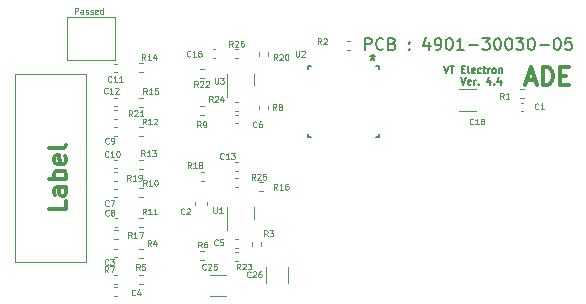
<source format=gbr>
%TF.GenerationSoftware,KiCad,Pcbnew,8.0.4*%
%TF.CreationDate,2024-09-17T19:46:24+01:00*%
%TF.ProjectId,ADE_Main_V4,4144455f-4d61-4696-9e5f-56342e6b6963,rev?*%
%TF.SameCoordinates,Original*%
%TF.FileFunction,Legend,Top*%
%TF.FilePolarity,Positive*%
%FSLAX46Y46*%
G04 Gerber Fmt 4.6, Leading zero omitted, Abs format (unit mm)*
G04 Created by KiCad (PCBNEW 8.0.4) date 2024-09-17 19:46:24*
%MOMM*%
%LPD*%
G01*
G04 APERTURE LIST*
%ADD10C,0.100000*%
%ADD11C,0.150000*%
%ADD12C,0.200000*%
%ADD13C,0.300000*%
%ADD14C,0.120000*%
%ADD15C,0.152400*%
G04 APERTURE END LIST*
D10*
X-15392400Y41427400D02*
X-11277600Y41427400D01*
X-11277600Y37769800D01*
X-15392400Y37769800D01*
X-15392400Y41427400D01*
D11*
X9854705Y38610380D02*
X9854705Y39610380D01*
X9854705Y39610380D02*
X10235657Y39610380D01*
X10235657Y39610380D02*
X10330895Y39562761D01*
X10330895Y39562761D02*
X10378514Y39515142D01*
X10378514Y39515142D02*
X10426133Y39419904D01*
X10426133Y39419904D02*
X10426133Y39277047D01*
X10426133Y39277047D02*
X10378514Y39181809D01*
X10378514Y39181809D02*
X10330895Y39134190D01*
X10330895Y39134190D02*
X10235657Y39086571D01*
X10235657Y39086571D02*
X9854705Y39086571D01*
X11426133Y38705619D02*
X11378514Y38658000D01*
X11378514Y38658000D02*
X11235657Y38610380D01*
X11235657Y38610380D02*
X11140419Y38610380D01*
X11140419Y38610380D02*
X10997562Y38658000D01*
X10997562Y38658000D02*
X10902324Y38753238D01*
X10902324Y38753238D02*
X10854705Y38848476D01*
X10854705Y38848476D02*
X10807086Y39038952D01*
X10807086Y39038952D02*
X10807086Y39181809D01*
X10807086Y39181809D02*
X10854705Y39372285D01*
X10854705Y39372285D02*
X10902324Y39467523D01*
X10902324Y39467523D02*
X10997562Y39562761D01*
X10997562Y39562761D02*
X11140419Y39610380D01*
X11140419Y39610380D02*
X11235657Y39610380D01*
X11235657Y39610380D02*
X11378514Y39562761D01*
X11378514Y39562761D02*
X11426133Y39515142D01*
X12188038Y39134190D02*
X12330895Y39086571D01*
X12330895Y39086571D02*
X12378514Y39038952D01*
X12378514Y39038952D02*
X12426133Y38943714D01*
X12426133Y38943714D02*
X12426133Y38800857D01*
X12426133Y38800857D02*
X12378514Y38705619D01*
X12378514Y38705619D02*
X12330895Y38658000D01*
X12330895Y38658000D02*
X12235657Y38610380D01*
X12235657Y38610380D02*
X11854705Y38610380D01*
X11854705Y38610380D02*
X11854705Y39610380D01*
X11854705Y39610380D02*
X12188038Y39610380D01*
X12188038Y39610380D02*
X12283276Y39562761D01*
X12283276Y39562761D02*
X12330895Y39515142D01*
X12330895Y39515142D02*
X12378514Y39419904D01*
X12378514Y39419904D02*
X12378514Y39324666D01*
X12378514Y39324666D02*
X12330895Y39229428D01*
X12330895Y39229428D02*
X12283276Y39181809D01*
X12283276Y39181809D02*
X12188038Y39134190D01*
X12188038Y39134190D02*
X11854705Y39134190D01*
X13616610Y38705619D02*
X13664229Y38658000D01*
X13664229Y38658000D02*
X13616610Y38610380D01*
X13616610Y38610380D02*
X13568991Y38658000D01*
X13568991Y38658000D02*
X13616610Y38705619D01*
X13616610Y38705619D02*
X13616610Y38610380D01*
X13616610Y39229428D02*
X13664229Y39181809D01*
X13664229Y39181809D02*
X13616610Y39134190D01*
X13616610Y39134190D02*
X13568991Y39181809D01*
X13568991Y39181809D02*
X13616610Y39229428D01*
X13616610Y39229428D02*
X13616610Y39134190D01*
X15283276Y39277047D02*
X15283276Y38610380D01*
X15045181Y39658000D02*
X14807086Y38943714D01*
X14807086Y38943714D02*
X15426133Y38943714D01*
X15854705Y38610380D02*
X16045181Y38610380D01*
X16045181Y38610380D02*
X16140419Y38658000D01*
X16140419Y38658000D02*
X16188038Y38705619D01*
X16188038Y38705619D02*
X16283276Y38848476D01*
X16283276Y38848476D02*
X16330895Y39038952D01*
X16330895Y39038952D02*
X16330895Y39419904D01*
X16330895Y39419904D02*
X16283276Y39515142D01*
X16283276Y39515142D02*
X16235657Y39562761D01*
X16235657Y39562761D02*
X16140419Y39610380D01*
X16140419Y39610380D02*
X15949943Y39610380D01*
X15949943Y39610380D02*
X15854705Y39562761D01*
X15854705Y39562761D02*
X15807086Y39515142D01*
X15807086Y39515142D02*
X15759467Y39419904D01*
X15759467Y39419904D02*
X15759467Y39181809D01*
X15759467Y39181809D02*
X15807086Y39086571D01*
X15807086Y39086571D02*
X15854705Y39038952D01*
X15854705Y39038952D02*
X15949943Y38991333D01*
X15949943Y38991333D02*
X16140419Y38991333D01*
X16140419Y38991333D02*
X16235657Y39038952D01*
X16235657Y39038952D02*
X16283276Y39086571D01*
X16283276Y39086571D02*
X16330895Y39181809D01*
X16949943Y39610380D02*
X17045181Y39610380D01*
X17045181Y39610380D02*
X17140419Y39562761D01*
X17140419Y39562761D02*
X17188038Y39515142D01*
X17188038Y39515142D02*
X17235657Y39419904D01*
X17235657Y39419904D02*
X17283276Y39229428D01*
X17283276Y39229428D02*
X17283276Y38991333D01*
X17283276Y38991333D02*
X17235657Y38800857D01*
X17235657Y38800857D02*
X17188038Y38705619D01*
X17188038Y38705619D02*
X17140419Y38658000D01*
X17140419Y38658000D02*
X17045181Y38610380D01*
X17045181Y38610380D02*
X16949943Y38610380D01*
X16949943Y38610380D02*
X16854705Y38658000D01*
X16854705Y38658000D02*
X16807086Y38705619D01*
X16807086Y38705619D02*
X16759467Y38800857D01*
X16759467Y38800857D02*
X16711848Y38991333D01*
X16711848Y38991333D02*
X16711848Y39229428D01*
X16711848Y39229428D02*
X16759467Y39419904D01*
X16759467Y39419904D02*
X16807086Y39515142D01*
X16807086Y39515142D02*
X16854705Y39562761D01*
X16854705Y39562761D02*
X16949943Y39610380D01*
X18235657Y38610380D02*
X17664229Y38610380D01*
X17949943Y38610380D02*
X17949943Y39610380D01*
X17949943Y39610380D02*
X17854705Y39467523D01*
X17854705Y39467523D02*
X17759467Y39372285D01*
X17759467Y39372285D02*
X17664229Y39324666D01*
X18664229Y38991333D02*
X19426134Y38991333D01*
X19807086Y39610380D02*
X20426133Y39610380D01*
X20426133Y39610380D02*
X20092800Y39229428D01*
X20092800Y39229428D02*
X20235657Y39229428D01*
X20235657Y39229428D02*
X20330895Y39181809D01*
X20330895Y39181809D02*
X20378514Y39134190D01*
X20378514Y39134190D02*
X20426133Y39038952D01*
X20426133Y39038952D02*
X20426133Y38800857D01*
X20426133Y38800857D02*
X20378514Y38705619D01*
X20378514Y38705619D02*
X20330895Y38658000D01*
X20330895Y38658000D02*
X20235657Y38610380D01*
X20235657Y38610380D02*
X19949943Y38610380D01*
X19949943Y38610380D02*
X19854705Y38658000D01*
X19854705Y38658000D02*
X19807086Y38705619D01*
X21045181Y39610380D02*
X21140419Y39610380D01*
X21140419Y39610380D02*
X21235657Y39562761D01*
X21235657Y39562761D02*
X21283276Y39515142D01*
X21283276Y39515142D02*
X21330895Y39419904D01*
X21330895Y39419904D02*
X21378514Y39229428D01*
X21378514Y39229428D02*
X21378514Y38991333D01*
X21378514Y38991333D02*
X21330895Y38800857D01*
X21330895Y38800857D02*
X21283276Y38705619D01*
X21283276Y38705619D02*
X21235657Y38658000D01*
X21235657Y38658000D02*
X21140419Y38610380D01*
X21140419Y38610380D02*
X21045181Y38610380D01*
X21045181Y38610380D02*
X20949943Y38658000D01*
X20949943Y38658000D02*
X20902324Y38705619D01*
X20902324Y38705619D02*
X20854705Y38800857D01*
X20854705Y38800857D02*
X20807086Y38991333D01*
X20807086Y38991333D02*
X20807086Y39229428D01*
X20807086Y39229428D02*
X20854705Y39419904D01*
X20854705Y39419904D02*
X20902324Y39515142D01*
X20902324Y39515142D02*
X20949943Y39562761D01*
X20949943Y39562761D02*
X21045181Y39610380D01*
X21997562Y39610380D02*
X22092800Y39610380D01*
X22092800Y39610380D02*
X22188038Y39562761D01*
X22188038Y39562761D02*
X22235657Y39515142D01*
X22235657Y39515142D02*
X22283276Y39419904D01*
X22283276Y39419904D02*
X22330895Y39229428D01*
X22330895Y39229428D02*
X22330895Y38991333D01*
X22330895Y38991333D02*
X22283276Y38800857D01*
X22283276Y38800857D02*
X22235657Y38705619D01*
X22235657Y38705619D02*
X22188038Y38658000D01*
X22188038Y38658000D02*
X22092800Y38610380D01*
X22092800Y38610380D02*
X21997562Y38610380D01*
X21997562Y38610380D02*
X21902324Y38658000D01*
X21902324Y38658000D02*
X21854705Y38705619D01*
X21854705Y38705619D02*
X21807086Y38800857D01*
X21807086Y38800857D02*
X21759467Y38991333D01*
X21759467Y38991333D02*
X21759467Y39229428D01*
X21759467Y39229428D02*
X21807086Y39419904D01*
X21807086Y39419904D02*
X21854705Y39515142D01*
X21854705Y39515142D02*
X21902324Y39562761D01*
X21902324Y39562761D02*
X21997562Y39610380D01*
X22664229Y39610380D02*
X23283276Y39610380D01*
X23283276Y39610380D02*
X22949943Y39229428D01*
X22949943Y39229428D02*
X23092800Y39229428D01*
X23092800Y39229428D02*
X23188038Y39181809D01*
X23188038Y39181809D02*
X23235657Y39134190D01*
X23235657Y39134190D02*
X23283276Y39038952D01*
X23283276Y39038952D02*
X23283276Y38800857D01*
X23283276Y38800857D02*
X23235657Y38705619D01*
X23235657Y38705619D02*
X23188038Y38658000D01*
X23188038Y38658000D02*
X23092800Y38610380D01*
X23092800Y38610380D02*
X22807086Y38610380D01*
X22807086Y38610380D02*
X22711848Y38658000D01*
X22711848Y38658000D02*
X22664229Y38705619D01*
X23902324Y39610380D02*
X23997562Y39610380D01*
X23997562Y39610380D02*
X24092800Y39562761D01*
X24092800Y39562761D02*
X24140419Y39515142D01*
X24140419Y39515142D02*
X24188038Y39419904D01*
X24188038Y39419904D02*
X24235657Y39229428D01*
X24235657Y39229428D02*
X24235657Y38991333D01*
X24235657Y38991333D02*
X24188038Y38800857D01*
X24188038Y38800857D02*
X24140419Y38705619D01*
X24140419Y38705619D02*
X24092800Y38658000D01*
X24092800Y38658000D02*
X23997562Y38610380D01*
X23997562Y38610380D02*
X23902324Y38610380D01*
X23902324Y38610380D02*
X23807086Y38658000D01*
X23807086Y38658000D02*
X23759467Y38705619D01*
X23759467Y38705619D02*
X23711848Y38800857D01*
X23711848Y38800857D02*
X23664229Y38991333D01*
X23664229Y38991333D02*
X23664229Y39229428D01*
X23664229Y39229428D02*
X23711848Y39419904D01*
X23711848Y39419904D02*
X23759467Y39515142D01*
X23759467Y39515142D02*
X23807086Y39562761D01*
X23807086Y39562761D02*
X23902324Y39610380D01*
X24664229Y38991333D02*
X25426134Y38991333D01*
X26092800Y39610380D02*
X26188038Y39610380D01*
X26188038Y39610380D02*
X26283276Y39562761D01*
X26283276Y39562761D02*
X26330895Y39515142D01*
X26330895Y39515142D02*
X26378514Y39419904D01*
X26378514Y39419904D02*
X26426133Y39229428D01*
X26426133Y39229428D02*
X26426133Y38991333D01*
X26426133Y38991333D02*
X26378514Y38800857D01*
X26378514Y38800857D02*
X26330895Y38705619D01*
X26330895Y38705619D02*
X26283276Y38658000D01*
X26283276Y38658000D02*
X26188038Y38610380D01*
X26188038Y38610380D02*
X26092800Y38610380D01*
X26092800Y38610380D02*
X25997562Y38658000D01*
X25997562Y38658000D02*
X25949943Y38705619D01*
X25949943Y38705619D02*
X25902324Y38800857D01*
X25902324Y38800857D02*
X25854705Y38991333D01*
X25854705Y38991333D02*
X25854705Y39229428D01*
X25854705Y39229428D02*
X25902324Y39419904D01*
X25902324Y39419904D02*
X25949943Y39515142D01*
X25949943Y39515142D02*
X25997562Y39562761D01*
X25997562Y39562761D02*
X26092800Y39610380D01*
X27330895Y39610380D02*
X26854705Y39610380D01*
X26854705Y39610380D02*
X26807086Y39134190D01*
X26807086Y39134190D02*
X26854705Y39181809D01*
X26854705Y39181809D02*
X26949943Y39229428D01*
X26949943Y39229428D02*
X27188038Y39229428D01*
X27188038Y39229428D02*
X27283276Y39181809D01*
X27283276Y39181809D02*
X27330895Y39134190D01*
X27330895Y39134190D02*
X27378514Y39038952D01*
X27378514Y39038952D02*
X27378514Y38800857D01*
X27378514Y38800857D02*
X27330895Y38705619D01*
X27330895Y38705619D02*
X27283276Y38658000D01*
X27283276Y38658000D02*
X27188038Y38610380D01*
X27188038Y38610380D02*
X26949943Y38610380D01*
X26949943Y38610380D02*
X26854705Y38658000D01*
X26854705Y38658000D02*
X26807086Y38705619D01*
X16550027Y37236811D02*
X16750027Y36636811D01*
X16750027Y36636811D02*
X16950027Y37236811D01*
X17064313Y37236811D02*
X17407171Y37236811D01*
X17235742Y36636811D02*
X17235742Y37236811D01*
X18064314Y36951097D02*
X18264314Y36951097D01*
X18350028Y36636811D02*
X18064314Y36636811D01*
X18064314Y36636811D02*
X18064314Y37236811D01*
X18064314Y37236811D02*
X18350028Y37236811D01*
X18692885Y36636811D02*
X18635742Y36665383D01*
X18635742Y36665383D02*
X18607171Y36722525D01*
X18607171Y36722525D02*
X18607171Y37236811D01*
X19150028Y36665383D02*
X19092885Y36636811D01*
X19092885Y36636811D02*
X18978600Y36636811D01*
X18978600Y36636811D02*
X18921457Y36665383D01*
X18921457Y36665383D02*
X18892885Y36722525D01*
X18892885Y36722525D02*
X18892885Y36951097D01*
X18892885Y36951097D02*
X18921457Y37008240D01*
X18921457Y37008240D02*
X18978600Y37036811D01*
X18978600Y37036811D02*
X19092885Y37036811D01*
X19092885Y37036811D02*
X19150028Y37008240D01*
X19150028Y37008240D02*
X19178600Y36951097D01*
X19178600Y36951097D02*
X19178600Y36893954D01*
X19178600Y36893954D02*
X18892885Y36836811D01*
X19692886Y36665383D02*
X19635743Y36636811D01*
X19635743Y36636811D02*
X19521457Y36636811D01*
X19521457Y36636811D02*
X19464314Y36665383D01*
X19464314Y36665383D02*
X19435743Y36693954D01*
X19435743Y36693954D02*
X19407171Y36751097D01*
X19407171Y36751097D02*
X19407171Y36922525D01*
X19407171Y36922525D02*
X19435743Y36979668D01*
X19435743Y36979668D02*
X19464314Y37008240D01*
X19464314Y37008240D02*
X19521457Y37036811D01*
X19521457Y37036811D02*
X19635743Y37036811D01*
X19635743Y37036811D02*
X19692886Y37008240D01*
X19864314Y37036811D02*
X20092886Y37036811D01*
X19950029Y37236811D02*
X19950029Y36722525D01*
X19950029Y36722525D02*
X19978600Y36665383D01*
X19978600Y36665383D02*
X20035743Y36636811D01*
X20035743Y36636811D02*
X20092886Y36636811D01*
X20292886Y36636811D02*
X20292886Y37036811D01*
X20292886Y36922525D02*
X20321457Y36979668D01*
X20321457Y36979668D02*
X20350029Y37008240D01*
X20350029Y37008240D02*
X20407171Y37036811D01*
X20407171Y37036811D02*
X20464314Y37036811D01*
X20750029Y36636811D02*
X20692886Y36665383D01*
X20692886Y36665383D02*
X20664315Y36693954D01*
X20664315Y36693954D02*
X20635743Y36751097D01*
X20635743Y36751097D02*
X20635743Y36922525D01*
X20635743Y36922525D02*
X20664315Y36979668D01*
X20664315Y36979668D02*
X20692886Y37008240D01*
X20692886Y37008240D02*
X20750029Y37036811D01*
X20750029Y37036811D02*
X20835743Y37036811D01*
X20835743Y37036811D02*
X20892886Y37008240D01*
X20892886Y37008240D02*
X20921458Y36979668D01*
X20921458Y36979668D02*
X20950029Y36922525D01*
X20950029Y36922525D02*
X20950029Y36751097D01*
X20950029Y36751097D02*
X20921458Y36693954D01*
X20921458Y36693954D02*
X20892886Y36665383D01*
X20892886Y36665383D02*
X20835743Y36636811D01*
X20835743Y36636811D02*
X20750029Y36636811D01*
X21207172Y37036811D02*
X21207172Y36636811D01*
X21207172Y36979668D02*
X21235743Y37008240D01*
X21235743Y37008240D02*
X21292886Y37036811D01*
X21292886Y37036811D02*
X21378600Y37036811D01*
X21378600Y37036811D02*
X21435743Y37008240D01*
X21435743Y37008240D02*
X21464315Y36951097D01*
X21464315Y36951097D02*
X21464315Y36636811D01*
X18007170Y36270845D02*
X18207170Y35670845D01*
X18207170Y35670845D02*
X18407170Y36270845D01*
X18835742Y35699417D02*
X18778599Y35670845D01*
X18778599Y35670845D02*
X18664314Y35670845D01*
X18664314Y35670845D02*
X18607171Y35699417D01*
X18607171Y35699417D02*
X18578599Y35756559D01*
X18578599Y35756559D02*
X18578599Y35985131D01*
X18578599Y35985131D02*
X18607171Y36042274D01*
X18607171Y36042274D02*
X18664314Y36070845D01*
X18664314Y36070845D02*
X18778599Y36070845D01*
X18778599Y36070845D02*
X18835742Y36042274D01*
X18835742Y36042274D02*
X18864314Y35985131D01*
X18864314Y35985131D02*
X18864314Y35927988D01*
X18864314Y35927988D02*
X18578599Y35870845D01*
X19121457Y35670845D02*
X19121457Y36070845D01*
X19121457Y35956559D02*
X19150028Y36013702D01*
X19150028Y36013702D02*
X19178600Y36042274D01*
X19178600Y36042274D02*
X19235742Y36070845D01*
X19235742Y36070845D02*
X19292885Y36070845D01*
X19492886Y35727988D02*
X19521457Y35699417D01*
X19521457Y35699417D02*
X19492886Y35670845D01*
X19492886Y35670845D02*
X19464314Y35699417D01*
X19464314Y35699417D02*
X19492886Y35727988D01*
X19492886Y35727988D02*
X19492886Y35670845D01*
X20492886Y36070845D02*
X20492886Y35670845D01*
X20350028Y36299417D02*
X20207171Y35870845D01*
X20207171Y35870845D02*
X20578600Y35870845D01*
X20807172Y35727988D02*
X20835743Y35699417D01*
X20835743Y35699417D02*
X20807172Y35670845D01*
X20807172Y35670845D02*
X20778600Y35699417D01*
X20778600Y35699417D02*
X20807172Y35727988D01*
X20807172Y35727988D02*
X20807172Y35670845D01*
X21350029Y36070845D02*
X21350029Y35670845D01*
X21207171Y36299417D02*
X21064314Y35870845D01*
X21064314Y35870845D02*
X21435743Y35870845D01*
D12*
X10515599Y38215980D02*
X10515599Y37977885D01*
X10753694Y38073123D02*
X10515599Y37977885D01*
X10515599Y37977885D02*
X10277504Y38073123D01*
X10658456Y37787409D02*
X10515599Y37977885D01*
X10515599Y37977885D02*
X10372742Y37787409D01*
D13*
X23563486Y36072242D02*
X24277772Y36072242D01*
X23420629Y35643671D02*
X23920629Y37143671D01*
X23920629Y37143671D02*
X24420629Y35643671D01*
X24920628Y35643671D02*
X24920628Y37143671D01*
X24920628Y37143671D02*
X25277771Y37143671D01*
X25277771Y37143671D02*
X25492057Y37072242D01*
X25492057Y37072242D02*
X25634914Y36929385D01*
X25634914Y36929385D02*
X25706343Y36786528D01*
X25706343Y36786528D02*
X25777771Y36500814D01*
X25777771Y36500814D02*
X25777771Y36286528D01*
X25777771Y36286528D02*
X25706343Y36000814D01*
X25706343Y36000814D02*
X25634914Y35857957D01*
X25634914Y35857957D02*
X25492057Y35715100D01*
X25492057Y35715100D02*
X25277771Y35643671D01*
X25277771Y35643671D02*
X24920628Y35643671D01*
X26420628Y36429385D02*
X26920628Y36429385D01*
X27134914Y35643671D02*
X26420628Y35643671D01*
X26420628Y35643671D02*
X26420628Y37143671D01*
X26420628Y37143671D02*
X27134914Y37143671D01*
D10*
X-14715180Y41658490D02*
X-14715180Y42158490D01*
X-14715180Y42158490D02*
X-14524704Y42158490D01*
X-14524704Y42158490D02*
X-14477085Y42134680D01*
X-14477085Y42134680D02*
X-14453275Y42110871D01*
X-14453275Y42110871D02*
X-14429466Y42063252D01*
X-14429466Y42063252D02*
X-14429466Y41991823D01*
X-14429466Y41991823D02*
X-14453275Y41944204D01*
X-14453275Y41944204D02*
X-14477085Y41920395D01*
X-14477085Y41920395D02*
X-14524704Y41896585D01*
X-14524704Y41896585D02*
X-14715180Y41896585D01*
X-14000894Y41658490D02*
X-14000894Y41920395D01*
X-14000894Y41920395D02*
X-14024704Y41968014D01*
X-14024704Y41968014D02*
X-14072323Y41991823D01*
X-14072323Y41991823D02*
X-14167561Y41991823D01*
X-14167561Y41991823D02*
X-14215180Y41968014D01*
X-14000894Y41682300D02*
X-14048513Y41658490D01*
X-14048513Y41658490D02*
X-14167561Y41658490D01*
X-14167561Y41658490D02*
X-14215180Y41682300D01*
X-14215180Y41682300D02*
X-14238989Y41729919D01*
X-14238989Y41729919D02*
X-14238989Y41777538D01*
X-14238989Y41777538D02*
X-14215180Y41825157D01*
X-14215180Y41825157D02*
X-14167561Y41848966D01*
X-14167561Y41848966D02*
X-14048513Y41848966D01*
X-14048513Y41848966D02*
X-14000894Y41872776D01*
X-13786608Y41682300D02*
X-13738989Y41658490D01*
X-13738989Y41658490D02*
X-13643751Y41658490D01*
X-13643751Y41658490D02*
X-13596132Y41682300D01*
X-13596132Y41682300D02*
X-13572323Y41729919D01*
X-13572323Y41729919D02*
X-13572323Y41753728D01*
X-13572323Y41753728D02*
X-13596132Y41801347D01*
X-13596132Y41801347D02*
X-13643751Y41825157D01*
X-13643751Y41825157D02*
X-13715180Y41825157D01*
X-13715180Y41825157D02*
X-13762799Y41848966D01*
X-13762799Y41848966D02*
X-13786608Y41896585D01*
X-13786608Y41896585D02*
X-13786608Y41920395D01*
X-13786608Y41920395D02*
X-13762799Y41968014D01*
X-13762799Y41968014D02*
X-13715180Y41991823D01*
X-13715180Y41991823D02*
X-13643751Y41991823D01*
X-13643751Y41991823D02*
X-13596132Y41968014D01*
X-13381846Y41682300D02*
X-13334227Y41658490D01*
X-13334227Y41658490D02*
X-13238989Y41658490D01*
X-13238989Y41658490D02*
X-13191370Y41682300D01*
X-13191370Y41682300D02*
X-13167561Y41729919D01*
X-13167561Y41729919D02*
X-13167561Y41753728D01*
X-13167561Y41753728D02*
X-13191370Y41801347D01*
X-13191370Y41801347D02*
X-13238989Y41825157D01*
X-13238989Y41825157D02*
X-13310418Y41825157D01*
X-13310418Y41825157D02*
X-13358037Y41848966D01*
X-13358037Y41848966D02*
X-13381846Y41896585D01*
X-13381846Y41896585D02*
X-13381846Y41920395D01*
X-13381846Y41920395D02*
X-13358037Y41968014D01*
X-13358037Y41968014D02*
X-13310418Y41991823D01*
X-13310418Y41991823D02*
X-13238989Y41991823D01*
X-13238989Y41991823D02*
X-13191370Y41968014D01*
X-12762799Y41682300D02*
X-12810418Y41658490D01*
X-12810418Y41658490D02*
X-12905656Y41658490D01*
X-12905656Y41658490D02*
X-12953275Y41682300D01*
X-12953275Y41682300D02*
X-12977084Y41729919D01*
X-12977084Y41729919D02*
X-12977084Y41920395D01*
X-12977084Y41920395D02*
X-12953275Y41968014D01*
X-12953275Y41968014D02*
X-12905656Y41991823D01*
X-12905656Y41991823D02*
X-12810418Y41991823D01*
X-12810418Y41991823D02*
X-12762799Y41968014D01*
X-12762799Y41968014D02*
X-12738989Y41920395D01*
X-12738989Y41920395D02*
X-12738989Y41872776D01*
X-12738989Y41872776D02*
X-12977084Y41825157D01*
X-12310418Y41658490D02*
X-12310418Y42158490D01*
X-12310418Y41682300D02*
X-12358037Y41658490D01*
X-12358037Y41658490D02*
X-12453275Y41658490D01*
X-12453275Y41658490D02*
X-12500894Y41682300D01*
X-12500894Y41682300D02*
X-12524704Y41706109D01*
X-12524704Y41706109D02*
X-12548513Y41753728D01*
X-12548513Y41753728D02*
X-12548513Y41896585D01*
X-12548513Y41896585D02*
X-12524704Y41944204D01*
X-12524704Y41944204D02*
X-12500894Y41968014D01*
X-12500894Y41968014D02*
X-12453275Y41991823D01*
X-12453275Y41991823D02*
X-12358037Y41991823D01*
X-12358037Y41991823D02*
X-12310418Y41968014D01*
D13*
X-15425271Y25808228D02*
X-15425271Y25093942D01*
X-15425271Y25093942D02*
X-16925271Y25093942D01*
X-15425271Y26951086D02*
X-16210985Y26951086D01*
X-16210985Y26951086D02*
X-16353842Y26879657D01*
X-16353842Y26879657D02*
X-16425271Y26736800D01*
X-16425271Y26736800D02*
X-16425271Y26451086D01*
X-16425271Y26451086D02*
X-16353842Y26308228D01*
X-15496700Y26951086D02*
X-15425271Y26808228D01*
X-15425271Y26808228D02*
X-15425271Y26451086D01*
X-15425271Y26451086D02*
X-15496700Y26308228D01*
X-15496700Y26308228D02*
X-15639557Y26236800D01*
X-15639557Y26236800D02*
X-15782414Y26236800D01*
X-15782414Y26236800D02*
X-15925271Y26308228D01*
X-15925271Y26308228D02*
X-15996700Y26451086D01*
X-15996700Y26451086D02*
X-15996700Y26808228D01*
X-15996700Y26808228D02*
X-16068128Y26951086D01*
X-15425271Y27665371D02*
X-16925271Y27665371D01*
X-16353842Y27665371D02*
X-16425271Y27808229D01*
X-16425271Y27808229D02*
X-16425271Y28093943D01*
X-16425271Y28093943D02*
X-16353842Y28236800D01*
X-16353842Y28236800D02*
X-16282414Y28308229D01*
X-16282414Y28308229D02*
X-16139557Y28379657D01*
X-16139557Y28379657D02*
X-15710985Y28379657D01*
X-15710985Y28379657D02*
X-15568128Y28308229D01*
X-15568128Y28308229D02*
X-15496700Y28236800D01*
X-15496700Y28236800D02*
X-15425271Y28093943D01*
X-15425271Y28093943D02*
X-15425271Y27808229D01*
X-15425271Y27808229D02*
X-15496700Y27665371D01*
X-15496700Y29593943D02*
X-15425271Y29451086D01*
X-15425271Y29451086D02*
X-15425271Y29165372D01*
X-15425271Y29165372D02*
X-15496700Y29022514D01*
X-15496700Y29022514D02*
X-15639557Y28951086D01*
X-15639557Y28951086D02*
X-16210985Y28951086D01*
X-16210985Y28951086D02*
X-16353842Y29022514D01*
X-16353842Y29022514D02*
X-16425271Y29165372D01*
X-16425271Y29165372D02*
X-16425271Y29451086D01*
X-16425271Y29451086D02*
X-16353842Y29593943D01*
X-16353842Y29593943D02*
X-16210985Y29665372D01*
X-16210985Y29665372D02*
X-16068128Y29665372D01*
X-16068128Y29665372D02*
X-15925271Y28951086D01*
X-15425271Y30522514D02*
X-15496700Y30379657D01*
X-15496700Y30379657D02*
X-15639557Y30308228D01*
X-15639557Y30308228D02*
X-16925271Y30308228D01*
D10*
X567571Y27612290D02*
X400905Y27850385D01*
X281857Y27612290D02*
X281857Y28112290D01*
X281857Y28112290D02*
X472333Y28112290D01*
X472333Y28112290D02*
X519952Y28088480D01*
X519952Y28088480D02*
X543762Y28064671D01*
X543762Y28064671D02*
X567571Y28017052D01*
X567571Y28017052D02*
X567571Y27945623D01*
X567571Y27945623D02*
X543762Y27898004D01*
X543762Y27898004D02*
X519952Y27874195D01*
X519952Y27874195D02*
X472333Y27850385D01*
X472333Y27850385D02*
X281857Y27850385D01*
X758048Y28064671D02*
X781857Y28088480D01*
X781857Y28088480D02*
X829476Y28112290D01*
X829476Y28112290D02*
X948524Y28112290D01*
X948524Y28112290D02*
X996143Y28088480D01*
X996143Y28088480D02*
X1019952Y28064671D01*
X1019952Y28064671D02*
X1043762Y28017052D01*
X1043762Y28017052D02*
X1043762Y27969433D01*
X1043762Y27969433D02*
X1019952Y27898004D01*
X1019952Y27898004D02*
X734238Y27612290D01*
X734238Y27612290D02*
X1043762Y27612290D01*
X1496142Y28112290D02*
X1258047Y28112290D01*
X1258047Y28112290D02*
X1234238Y27874195D01*
X1234238Y27874195D02*
X1258047Y27898004D01*
X1258047Y27898004D02*
X1305666Y27921814D01*
X1305666Y27921814D02*
X1424714Y27921814D01*
X1424714Y27921814D02*
X1472333Y27898004D01*
X1472333Y27898004D02*
X1496142Y27874195D01*
X1496142Y27874195D02*
X1519952Y27826576D01*
X1519952Y27826576D02*
X1519952Y27707528D01*
X1519952Y27707528D02*
X1496142Y27659909D01*
X1496142Y27659909D02*
X1472333Y27636100D01*
X1472333Y27636100D02*
X1424714Y27612290D01*
X1424714Y27612290D02*
X1305666Y27612290D01*
X1305666Y27612290D02*
X1258047Y27636100D01*
X1258047Y27636100D02*
X1234238Y27659909D01*
X-4868028Y28602890D02*
X-5034694Y28840985D01*
X-5153742Y28602890D02*
X-5153742Y29102890D01*
X-5153742Y29102890D02*
X-4963266Y29102890D01*
X-4963266Y29102890D02*
X-4915647Y29079080D01*
X-4915647Y29079080D02*
X-4891837Y29055271D01*
X-4891837Y29055271D02*
X-4868028Y29007652D01*
X-4868028Y29007652D02*
X-4868028Y28936223D01*
X-4868028Y28936223D02*
X-4891837Y28888604D01*
X-4891837Y28888604D02*
X-4915647Y28864795D01*
X-4915647Y28864795D02*
X-4963266Y28840985D01*
X-4963266Y28840985D02*
X-5153742Y28840985D01*
X-4391837Y28602890D02*
X-4677551Y28602890D01*
X-4534694Y28602890D02*
X-4534694Y29102890D01*
X-4534694Y29102890D02*
X-4582313Y29031461D01*
X-4582313Y29031461D02*
X-4629932Y28983842D01*
X-4629932Y28983842D02*
X-4677551Y28960033D01*
X-4106123Y28888604D02*
X-4153742Y28912414D01*
X-4153742Y28912414D02*
X-4177552Y28936223D01*
X-4177552Y28936223D02*
X-4201361Y28983842D01*
X-4201361Y28983842D02*
X-4201361Y29007652D01*
X-4201361Y29007652D02*
X-4177552Y29055271D01*
X-4177552Y29055271D02*
X-4153742Y29079080D01*
X-4153742Y29079080D02*
X-4106123Y29102890D01*
X-4106123Y29102890D02*
X-4010885Y29102890D01*
X-4010885Y29102890D02*
X-3963266Y29079080D01*
X-3963266Y29079080D02*
X-3939457Y29055271D01*
X-3939457Y29055271D02*
X-3915647Y29007652D01*
X-3915647Y29007652D02*
X-3915647Y28983842D01*
X-3915647Y28983842D02*
X-3939457Y28936223D01*
X-3939457Y28936223D02*
X-3963266Y28912414D01*
X-3963266Y28912414D02*
X-4010885Y28888604D01*
X-4010885Y28888604D02*
X-4106123Y28888604D01*
X-4106123Y28888604D02*
X-4153742Y28864795D01*
X-4153742Y28864795D02*
X-4177552Y28840985D01*
X-4177552Y28840985D02*
X-4201361Y28793366D01*
X-4201361Y28793366D02*
X-4201361Y28698128D01*
X-4201361Y28698128D02*
X-4177552Y28650509D01*
X-4177552Y28650509D02*
X-4153742Y28626700D01*
X-4153742Y28626700D02*
X-4106123Y28602890D01*
X-4106123Y28602890D02*
X-4010885Y28602890D01*
X-4010885Y28602890D02*
X-3963266Y28626700D01*
X-3963266Y28626700D02*
X-3939457Y28650509D01*
X-3939457Y28650509D02*
X-3915647Y28698128D01*
X-3915647Y28698128D02*
X-3915647Y28793366D01*
X-3915647Y28793366D02*
X-3939457Y28840985D01*
X-3939457Y28840985D02*
X-3963266Y28864795D01*
X-3963266Y28864795D02*
X-4010885Y28888604D01*
X-9193333Y19973890D02*
X-9359999Y20211985D01*
X-9479047Y19973890D02*
X-9479047Y20473890D01*
X-9479047Y20473890D02*
X-9288571Y20473890D01*
X-9288571Y20473890D02*
X-9240952Y20450080D01*
X-9240952Y20450080D02*
X-9217142Y20426271D01*
X-9217142Y20426271D02*
X-9193333Y20378652D01*
X-9193333Y20378652D02*
X-9193333Y20307223D01*
X-9193333Y20307223D02*
X-9217142Y20259604D01*
X-9217142Y20259604D02*
X-9240952Y20235795D01*
X-9240952Y20235795D02*
X-9288571Y20211985D01*
X-9288571Y20211985D02*
X-9479047Y20211985D01*
X-8740952Y20473890D02*
X-8979047Y20473890D01*
X-8979047Y20473890D02*
X-9002856Y20235795D01*
X-9002856Y20235795D02*
X-8979047Y20259604D01*
X-8979047Y20259604D02*
X-8931428Y20283414D01*
X-8931428Y20283414D02*
X-8812380Y20283414D01*
X-8812380Y20283414D02*
X-8764761Y20259604D01*
X-8764761Y20259604D02*
X-8740952Y20235795D01*
X-8740952Y20235795D02*
X-8717142Y20188176D01*
X-8717142Y20188176D02*
X-8717142Y20069128D01*
X-8717142Y20069128D02*
X-8740952Y20021509D01*
X-8740952Y20021509D02*
X-8764761Y19997700D01*
X-8764761Y19997700D02*
X-8812380Y19973890D01*
X-8812380Y19973890D02*
X-8931428Y19973890D01*
X-8931428Y19973890D02*
X-8979047Y19997700D01*
X-8979047Y19997700D02*
X-9002856Y20021509D01*
X-11599028Y35940309D02*
X-11622837Y35916500D01*
X-11622837Y35916500D02*
X-11694266Y35892690D01*
X-11694266Y35892690D02*
X-11741885Y35892690D01*
X-11741885Y35892690D02*
X-11813313Y35916500D01*
X-11813313Y35916500D02*
X-11860932Y35964119D01*
X-11860932Y35964119D02*
X-11884742Y36011738D01*
X-11884742Y36011738D02*
X-11908551Y36106976D01*
X-11908551Y36106976D02*
X-11908551Y36178404D01*
X-11908551Y36178404D02*
X-11884742Y36273642D01*
X-11884742Y36273642D02*
X-11860932Y36321261D01*
X-11860932Y36321261D02*
X-11813313Y36368880D01*
X-11813313Y36368880D02*
X-11741885Y36392690D01*
X-11741885Y36392690D02*
X-11694266Y36392690D01*
X-11694266Y36392690D02*
X-11622837Y36368880D01*
X-11622837Y36368880D02*
X-11599028Y36345071D01*
X-11122837Y35892690D02*
X-11408551Y35892690D01*
X-11265694Y35892690D02*
X-11265694Y36392690D01*
X-11265694Y36392690D02*
X-11313313Y36321261D01*
X-11313313Y36321261D02*
X-11360932Y36273642D01*
X-11360932Y36273642D02*
X-11408551Y36249833D01*
X-10646647Y35892690D02*
X-10932361Y35892690D01*
X-10789504Y35892690D02*
X-10789504Y36392690D01*
X-10789504Y36392690D02*
X-10837123Y36321261D01*
X-10837123Y36321261D02*
X-10884742Y36273642D01*
X-10884742Y36273642D02*
X-10932361Y36249833D01*
X-2099428Y29412509D02*
X-2123237Y29388700D01*
X-2123237Y29388700D02*
X-2194666Y29364890D01*
X-2194666Y29364890D02*
X-2242285Y29364890D01*
X-2242285Y29364890D02*
X-2313713Y29388700D01*
X-2313713Y29388700D02*
X-2361332Y29436319D01*
X-2361332Y29436319D02*
X-2385142Y29483938D01*
X-2385142Y29483938D02*
X-2408951Y29579176D01*
X-2408951Y29579176D02*
X-2408951Y29650604D01*
X-2408951Y29650604D02*
X-2385142Y29745842D01*
X-2385142Y29745842D02*
X-2361332Y29793461D01*
X-2361332Y29793461D02*
X-2313713Y29841080D01*
X-2313713Y29841080D02*
X-2242285Y29864890D01*
X-2242285Y29864890D02*
X-2194666Y29864890D01*
X-2194666Y29864890D02*
X-2123237Y29841080D01*
X-2123237Y29841080D02*
X-2099428Y29817271D01*
X-1623237Y29364890D02*
X-1908951Y29364890D01*
X-1766094Y29364890D02*
X-1766094Y29864890D01*
X-1766094Y29864890D02*
X-1813713Y29793461D01*
X-1813713Y29793461D02*
X-1861332Y29745842D01*
X-1861332Y29745842D02*
X-1908951Y29722033D01*
X-1456571Y29864890D02*
X-1147047Y29864890D01*
X-1147047Y29864890D02*
X-1313714Y29674414D01*
X-1313714Y29674414D02*
X-1242285Y29674414D01*
X-1242285Y29674414D02*
X-1194666Y29650604D01*
X-1194666Y29650604D02*
X-1170857Y29626795D01*
X-1170857Y29626795D02*
X-1147047Y29579176D01*
X-1147047Y29579176D02*
X-1147047Y29460128D01*
X-1147047Y29460128D02*
X-1170857Y29412509D01*
X-1170857Y29412509D02*
X-1194666Y29388700D01*
X-1194666Y29388700D02*
X-1242285Y29364890D01*
X-1242285Y29364890D02*
X-1385142Y29364890D01*
X-1385142Y29364890D02*
X-1432761Y29388700D01*
X-1432761Y29388700D02*
X-1456571Y29412509D01*
X-11868933Y20446309D02*
X-11892742Y20422500D01*
X-11892742Y20422500D02*
X-11964171Y20398690D01*
X-11964171Y20398690D02*
X-12011790Y20398690D01*
X-12011790Y20398690D02*
X-12083218Y20422500D01*
X-12083218Y20422500D02*
X-12130837Y20470119D01*
X-12130837Y20470119D02*
X-12154647Y20517738D01*
X-12154647Y20517738D02*
X-12178456Y20612976D01*
X-12178456Y20612976D02*
X-12178456Y20684404D01*
X-12178456Y20684404D02*
X-12154647Y20779642D01*
X-12154647Y20779642D02*
X-12130837Y20827261D01*
X-12130837Y20827261D02*
X-12083218Y20874880D01*
X-12083218Y20874880D02*
X-12011790Y20898690D01*
X-12011790Y20898690D02*
X-11964171Y20898690D01*
X-11964171Y20898690D02*
X-11892742Y20874880D01*
X-11892742Y20874880D02*
X-11868933Y20851071D01*
X-11702266Y20898690D02*
X-11392742Y20898690D01*
X-11392742Y20898690D02*
X-11559409Y20708214D01*
X-11559409Y20708214D02*
X-11487980Y20708214D01*
X-11487980Y20708214D02*
X-11440361Y20684404D01*
X-11440361Y20684404D02*
X-11416552Y20660595D01*
X-11416552Y20660595D02*
X-11392742Y20612976D01*
X-11392742Y20612976D02*
X-11392742Y20493928D01*
X-11392742Y20493928D02*
X-11416552Y20446309D01*
X-11416552Y20446309D02*
X-11440361Y20422500D01*
X-11440361Y20422500D02*
X-11487980Y20398690D01*
X-11487980Y20398690D02*
X-11630837Y20398690D01*
X-11630837Y20398690D02*
X-11678456Y20422500D01*
X-11678456Y20422500D02*
X-11702266Y20446309D01*
X-4033333Y32043890D02*
X-4199999Y32281985D01*
X-4319047Y32043890D02*
X-4319047Y32543890D01*
X-4319047Y32543890D02*
X-4128571Y32543890D01*
X-4128571Y32543890D02*
X-4080952Y32520080D01*
X-4080952Y32520080D02*
X-4057142Y32496271D01*
X-4057142Y32496271D02*
X-4033333Y32448652D01*
X-4033333Y32448652D02*
X-4033333Y32377223D01*
X-4033333Y32377223D02*
X-4057142Y32329604D01*
X-4057142Y32329604D02*
X-4080952Y32305795D01*
X-4080952Y32305795D02*
X-4128571Y32281985D01*
X-4128571Y32281985D02*
X-4319047Y32281985D01*
X-3795237Y32043890D02*
X-3699999Y32043890D01*
X-3699999Y32043890D02*
X-3652380Y32067700D01*
X-3652380Y32067700D02*
X-3628571Y32091509D01*
X-3628571Y32091509D02*
X-3580952Y32162938D01*
X-3580952Y32162938D02*
X-3557142Y32258176D01*
X-3557142Y32258176D02*
X-3557142Y32448652D01*
X-3557142Y32448652D02*
X-3580952Y32496271D01*
X-3580952Y32496271D02*
X-3604761Y32520080D01*
X-3604761Y32520080D02*
X-3652380Y32543890D01*
X-3652380Y32543890D02*
X-3747618Y32543890D01*
X-3747618Y32543890D02*
X-3795237Y32520080D01*
X-3795237Y32520080D02*
X-3819047Y32496271D01*
X-3819047Y32496271D02*
X-3842856Y32448652D01*
X-3842856Y32448652D02*
X-3842856Y32329604D01*
X-3842856Y32329604D02*
X-3819047Y32281985D01*
X-3819047Y32281985D02*
X-3795237Y32258176D01*
X-3795237Y32258176D02*
X-3747618Y32234366D01*
X-3747618Y32234366D02*
X-3652380Y32234366D01*
X-3652380Y32234366D02*
X-3604761Y32258176D01*
X-3604761Y32258176D02*
X-3580952Y32281985D01*
X-3580952Y32281985D02*
X-3557142Y32329604D01*
X178571Y19401509D02*
X154762Y19377700D01*
X154762Y19377700D02*
X83333Y19353890D01*
X83333Y19353890D02*
X35714Y19353890D01*
X35714Y19353890D02*
X-35713Y19377700D01*
X-35713Y19377700D02*
X-83332Y19425319D01*
X-83332Y19425319D02*
X-107142Y19472938D01*
X-107142Y19472938D02*
X-130951Y19568176D01*
X-130951Y19568176D02*
X-130951Y19639604D01*
X-130951Y19639604D02*
X-107142Y19734842D01*
X-107142Y19734842D02*
X-83332Y19782461D01*
X-83332Y19782461D02*
X-35713Y19830080D01*
X-35713Y19830080D02*
X35714Y19853890D01*
X35714Y19853890D02*
X83333Y19853890D01*
X83333Y19853890D02*
X154762Y19830080D01*
X154762Y19830080D02*
X178571Y19806271D01*
X369048Y19806271D02*
X392857Y19830080D01*
X392857Y19830080D02*
X440476Y19853890D01*
X440476Y19853890D02*
X559524Y19853890D01*
X559524Y19853890D02*
X607143Y19830080D01*
X607143Y19830080D02*
X630952Y19806271D01*
X630952Y19806271D02*
X654762Y19758652D01*
X654762Y19758652D02*
X654762Y19711033D01*
X654762Y19711033D02*
X630952Y19639604D01*
X630952Y19639604D02*
X345238Y19353890D01*
X345238Y19353890D02*
X654762Y19353890D01*
X1083333Y19853890D02*
X988095Y19853890D01*
X988095Y19853890D02*
X940476Y19830080D01*
X940476Y19830080D02*
X916666Y19806271D01*
X916666Y19806271D02*
X869047Y19734842D01*
X869047Y19734842D02*
X845238Y19639604D01*
X845238Y19639604D02*
X845238Y19449128D01*
X845238Y19449128D02*
X869047Y19401509D01*
X869047Y19401509D02*
X892857Y19377700D01*
X892857Y19377700D02*
X940476Y19353890D01*
X940476Y19353890D02*
X1035714Y19353890D01*
X1035714Y19353890D02*
X1083333Y19377700D01*
X1083333Y19377700D02*
X1107142Y19401509D01*
X1107142Y19401509D02*
X1130952Y19449128D01*
X1130952Y19449128D02*
X1130952Y19568176D01*
X1130952Y19568176D02*
X1107142Y19615795D01*
X1107142Y19615795D02*
X1083333Y19639604D01*
X1083333Y19639604D02*
X1035714Y19663414D01*
X1035714Y19663414D02*
X940476Y19663414D01*
X940476Y19663414D02*
X892857Y19639604D01*
X892857Y19639604D02*
X869047Y19615795D01*
X869047Y19615795D02*
X845238Y19568176D01*
X2438571Y37753890D02*
X2271905Y37991985D01*
X2152857Y37753890D02*
X2152857Y38253890D01*
X2152857Y38253890D02*
X2343333Y38253890D01*
X2343333Y38253890D02*
X2390952Y38230080D01*
X2390952Y38230080D02*
X2414762Y38206271D01*
X2414762Y38206271D02*
X2438571Y38158652D01*
X2438571Y38158652D02*
X2438571Y38087223D01*
X2438571Y38087223D02*
X2414762Y38039604D01*
X2414762Y38039604D02*
X2390952Y38015795D01*
X2390952Y38015795D02*
X2343333Y37991985D01*
X2343333Y37991985D02*
X2152857Y37991985D01*
X2629048Y38206271D02*
X2652857Y38230080D01*
X2652857Y38230080D02*
X2700476Y38253890D01*
X2700476Y38253890D02*
X2819524Y38253890D01*
X2819524Y38253890D02*
X2867143Y38230080D01*
X2867143Y38230080D02*
X2890952Y38206271D01*
X2890952Y38206271D02*
X2914762Y38158652D01*
X2914762Y38158652D02*
X2914762Y38111033D01*
X2914762Y38111033D02*
X2890952Y38039604D01*
X2890952Y38039604D02*
X2605238Y37753890D01*
X2605238Y37753890D02*
X2914762Y37753890D01*
X3224285Y38253890D02*
X3271904Y38253890D01*
X3271904Y38253890D02*
X3319523Y38230080D01*
X3319523Y38230080D02*
X3343333Y38206271D01*
X3343333Y38206271D02*
X3367142Y38158652D01*
X3367142Y38158652D02*
X3390952Y38063414D01*
X3390952Y38063414D02*
X3390952Y37944366D01*
X3390952Y37944366D02*
X3367142Y37849128D01*
X3367142Y37849128D02*
X3343333Y37801509D01*
X3343333Y37801509D02*
X3319523Y37777700D01*
X3319523Y37777700D02*
X3271904Y37753890D01*
X3271904Y37753890D02*
X3224285Y37753890D01*
X3224285Y37753890D02*
X3176666Y37777700D01*
X3176666Y37777700D02*
X3152857Y37801509D01*
X3152857Y37801509D02*
X3129047Y37849128D01*
X3129047Y37849128D02*
X3105238Y37944366D01*
X3105238Y37944366D02*
X3105238Y38063414D01*
X3105238Y38063414D02*
X3129047Y38158652D01*
X3129047Y38158652D02*
X3152857Y38206271D01*
X3152857Y38206271D02*
X3176666Y38230080D01*
X3176666Y38230080D02*
X3224285Y38253890D01*
X-5417333Y24738909D02*
X-5441142Y24715100D01*
X-5441142Y24715100D02*
X-5512571Y24691290D01*
X-5512571Y24691290D02*
X-5560190Y24691290D01*
X-5560190Y24691290D02*
X-5631618Y24715100D01*
X-5631618Y24715100D02*
X-5679237Y24762719D01*
X-5679237Y24762719D02*
X-5703047Y24810338D01*
X-5703047Y24810338D02*
X-5726856Y24905576D01*
X-5726856Y24905576D02*
X-5726856Y24977004D01*
X-5726856Y24977004D02*
X-5703047Y25072242D01*
X-5703047Y25072242D02*
X-5679237Y25119861D01*
X-5679237Y25119861D02*
X-5631618Y25167480D01*
X-5631618Y25167480D02*
X-5560190Y25191290D01*
X-5560190Y25191290D02*
X-5512571Y25191290D01*
X-5512571Y25191290D02*
X-5441142Y25167480D01*
X-5441142Y25167480D02*
X-5417333Y25143671D01*
X-5226856Y25143671D02*
X-5203047Y25167480D01*
X-5203047Y25167480D02*
X-5155428Y25191290D01*
X-5155428Y25191290D02*
X-5036380Y25191290D01*
X-5036380Y25191290D02*
X-4988761Y25167480D01*
X-4988761Y25167480D02*
X-4964952Y25143671D01*
X-4964952Y25143671D02*
X-4941142Y25096052D01*
X-4941142Y25096052D02*
X-4941142Y25048433D01*
X-4941142Y25048433D02*
X-4964952Y24977004D01*
X-4964952Y24977004D02*
X-5250666Y24691290D01*
X-5250666Y24691290D02*
X-4941142Y24691290D01*
X-11843533Y25424709D02*
X-11867342Y25400900D01*
X-11867342Y25400900D02*
X-11938771Y25377090D01*
X-11938771Y25377090D02*
X-11986390Y25377090D01*
X-11986390Y25377090D02*
X-12057818Y25400900D01*
X-12057818Y25400900D02*
X-12105437Y25448519D01*
X-12105437Y25448519D02*
X-12129247Y25496138D01*
X-12129247Y25496138D02*
X-12153056Y25591376D01*
X-12153056Y25591376D02*
X-12153056Y25662804D01*
X-12153056Y25662804D02*
X-12129247Y25758042D01*
X-12129247Y25758042D02*
X-12105437Y25805661D01*
X-12105437Y25805661D02*
X-12057818Y25853280D01*
X-12057818Y25853280D02*
X-11986390Y25877090D01*
X-11986390Y25877090D02*
X-11938771Y25877090D01*
X-11938771Y25877090D02*
X-11867342Y25853280D01*
X-11867342Y25853280D02*
X-11843533Y25829471D01*
X-11676866Y25877090D02*
X-11343533Y25877090D01*
X-11343533Y25877090D02*
X-11557818Y25377090D01*
X-3953333Y21871890D02*
X-4119999Y22109985D01*
X-4239047Y21871890D02*
X-4239047Y22371890D01*
X-4239047Y22371890D02*
X-4048571Y22371890D01*
X-4048571Y22371890D02*
X-4000952Y22348080D01*
X-4000952Y22348080D02*
X-3977142Y22324271D01*
X-3977142Y22324271D02*
X-3953333Y22276652D01*
X-3953333Y22276652D02*
X-3953333Y22205223D01*
X-3953333Y22205223D02*
X-3977142Y22157604D01*
X-3977142Y22157604D02*
X-4000952Y22133795D01*
X-4000952Y22133795D02*
X-4048571Y22109985D01*
X-4048571Y22109985D02*
X-4239047Y22109985D01*
X-3524761Y22371890D02*
X-3619999Y22371890D01*
X-3619999Y22371890D02*
X-3667618Y22348080D01*
X-3667618Y22348080D02*
X-3691428Y22324271D01*
X-3691428Y22324271D02*
X-3739047Y22252842D01*
X-3739047Y22252842D02*
X-3762856Y22157604D01*
X-3762856Y22157604D02*
X-3762856Y21967128D01*
X-3762856Y21967128D02*
X-3739047Y21919509D01*
X-3739047Y21919509D02*
X-3715237Y21895700D01*
X-3715237Y21895700D02*
X-3667618Y21871890D01*
X-3667618Y21871890D02*
X-3572380Y21871890D01*
X-3572380Y21871890D02*
X-3524761Y21895700D01*
X-3524761Y21895700D02*
X-3500952Y21919509D01*
X-3500952Y21919509D02*
X-3477142Y21967128D01*
X-3477142Y21967128D02*
X-3477142Y22086176D01*
X-3477142Y22086176D02*
X-3500952Y22133795D01*
X-3500952Y22133795D02*
X-3524761Y22157604D01*
X-3524761Y22157604D02*
X-3572380Y22181414D01*
X-3572380Y22181414D02*
X-3667618Y22181414D01*
X-3667618Y22181414D02*
X-3715237Y22157604D01*
X-3715237Y22157604D02*
X-3739047Y22133795D01*
X-3739047Y22133795D02*
X-3762856Y22086176D01*
X21608266Y34470290D02*
X21441600Y34708385D01*
X21322552Y34470290D02*
X21322552Y34970290D01*
X21322552Y34970290D02*
X21513028Y34970290D01*
X21513028Y34970290D02*
X21560647Y34946480D01*
X21560647Y34946480D02*
X21584457Y34922671D01*
X21584457Y34922671D02*
X21608266Y34875052D01*
X21608266Y34875052D02*
X21608266Y34803623D01*
X21608266Y34803623D02*
X21584457Y34756004D01*
X21584457Y34756004D02*
X21560647Y34732195D01*
X21560647Y34732195D02*
X21513028Y34708385D01*
X21513028Y34708385D02*
X21322552Y34708385D01*
X22084457Y34470290D02*
X21798743Y34470290D01*
X21941600Y34470290D02*
X21941600Y34970290D01*
X21941600Y34970290D02*
X21893981Y34898861D01*
X21893981Y34898861D02*
X21846362Y34851242D01*
X21846362Y34851242D02*
X21798743Y34827433D01*
X2366666Y33503890D02*
X2200000Y33741985D01*
X2080952Y33503890D02*
X2080952Y34003890D01*
X2080952Y34003890D02*
X2271428Y34003890D01*
X2271428Y34003890D02*
X2319047Y33980080D01*
X2319047Y33980080D02*
X2342857Y33956271D01*
X2342857Y33956271D02*
X2366666Y33908652D01*
X2366666Y33908652D02*
X2366666Y33837223D01*
X2366666Y33837223D02*
X2342857Y33789604D01*
X2342857Y33789604D02*
X2319047Y33765795D01*
X2319047Y33765795D02*
X2271428Y33741985D01*
X2271428Y33741985D02*
X2080952Y33741985D01*
X2652381Y33789604D02*
X2604762Y33813414D01*
X2604762Y33813414D02*
X2580952Y33837223D01*
X2580952Y33837223D02*
X2557143Y33884842D01*
X2557143Y33884842D02*
X2557143Y33908652D01*
X2557143Y33908652D02*
X2580952Y33956271D01*
X2580952Y33956271D02*
X2604762Y33980080D01*
X2604762Y33980080D02*
X2652381Y34003890D01*
X2652381Y34003890D02*
X2747619Y34003890D01*
X2747619Y34003890D02*
X2795238Y33980080D01*
X2795238Y33980080D02*
X2819047Y33956271D01*
X2819047Y33956271D02*
X2842857Y33908652D01*
X2842857Y33908652D02*
X2842857Y33884842D01*
X2842857Y33884842D02*
X2819047Y33837223D01*
X2819047Y33837223D02*
X2795238Y33813414D01*
X2795238Y33813414D02*
X2747619Y33789604D01*
X2747619Y33789604D02*
X2652381Y33789604D01*
X2652381Y33789604D02*
X2604762Y33765795D01*
X2604762Y33765795D02*
X2580952Y33741985D01*
X2580952Y33741985D02*
X2557143Y33694366D01*
X2557143Y33694366D02*
X2557143Y33599128D01*
X2557143Y33599128D02*
X2580952Y33551509D01*
X2580952Y33551509D02*
X2604762Y33527700D01*
X2604762Y33527700D02*
X2652381Y33503890D01*
X2652381Y33503890D02*
X2747619Y33503890D01*
X2747619Y33503890D02*
X2795238Y33527700D01*
X2795238Y33527700D02*
X2819047Y33551509D01*
X2819047Y33551509D02*
X2842857Y33599128D01*
X2842857Y33599128D02*
X2842857Y33694366D01*
X2842857Y33694366D02*
X2819047Y33741985D01*
X2819047Y33741985D02*
X2795238Y33765795D01*
X2795238Y33765795D02*
X2747619Y33789604D01*
X-9582933Y17855509D02*
X-9606742Y17831700D01*
X-9606742Y17831700D02*
X-9678171Y17807890D01*
X-9678171Y17807890D02*
X-9725790Y17807890D01*
X-9725790Y17807890D02*
X-9797218Y17831700D01*
X-9797218Y17831700D02*
X-9844837Y17879319D01*
X-9844837Y17879319D02*
X-9868647Y17926938D01*
X-9868647Y17926938D02*
X-9892456Y18022176D01*
X-9892456Y18022176D02*
X-9892456Y18093604D01*
X-9892456Y18093604D02*
X-9868647Y18188842D01*
X-9868647Y18188842D02*
X-9844837Y18236461D01*
X-9844837Y18236461D02*
X-9797218Y18284080D01*
X-9797218Y18284080D02*
X-9725790Y18307890D01*
X-9725790Y18307890D02*
X-9678171Y18307890D01*
X-9678171Y18307890D02*
X-9606742Y18284080D01*
X-9606742Y18284080D02*
X-9582933Y18260271D01*
X-9154361Y18141223D02*
X-9154361Y17807890D01*
X-9273409Y18331700D02*
X-9392456Y17974557D01*
X-9392456Y17974557D02*
X-9082933Y17974557D01*
X24554666Y33628909D02*
X24530857Y33605100D01*
X24530857Y33605100D02*
X24459428Y33581290D01*
X24459428Y33581290D02*
X24411809Y33581290D01*
X24411809Y33581290D02*
X24340381Y33605100D01*
X24340381Y33605100D02*
X24292762Y33652719D01*
X24292762Y33652719D02*
X24268952Y33700338D01*
X24268952Y33700338D02*
X24245143Y33795576D01*
X24245143Y33795576D02*
X24245143Y33867004D01*
X24245143Y33867004D02*
X24268952Y33962242D01*
X24268952Y33962242D02*
X24292762Y34009861D01*
X24292762Y34009861D02*
X24340381Y34057480D01*
X24340381Y34057480D02*
X24411809Y34081290D01*
X24411809Y34081290D02*
X24459428Y34081290D01*
X24459428Y34081290D02*
X24530857Y34057480D01*
X24530857Y34057480D02*
X24554666Y34033671D01*
X25030857Y33581290D02*
X24745143Y33581290D01*
X24888000Y33581290D02*
X24888000Y34081290D01*
X24888000Y34081290D02*
X24840381Y34009861D01*
X24840381Y34009861D02*
X24792762Y33962242D01*
X24792762Y33962242D02*
X24745143Y33938433D01*
X-1331428Y38873890D02*
X-1498094Y39111985D01*
X-1617142Y38873890D02*
X-1617142Y39373890D01*
X-1617142Y39373890D02*
X-1426666Y39373890D01*
X-1426666Y39373890D02*
X-1379047Y39350080D01*
X-1379047Y39350080D02*
X-1355237Y39326271D01*
X-1355237Y39326271D02*
X-1331428Y39278652D01*
X-1331428Y39278652D02*
X-1331428Y39207223D01*
X-1331428Y39207223D02*
X-1355237Y39159604D01*
X-1355237Y39159604D02*
X-1379047Y39135795D01*
X-1379047Y39135795D02*
X-1426666Y39111985D01*
X-1426666Y39111985D02*
X-1617142Y39111985D01*
X-1140951Y39326271D02*
X-1117142Y39350080D01*
X-1117142Y39350080D02*
X-1069523Y39373890D01*
X-1069523Y39373890D02*
X-950475Y39373890D01*
X-950475Y39373890D02*
X-902856Y39350080D01*
X-902856Y39350080D02*
X-879047Y39326271D01*
X-879047Y39326271D02*
X-855237Y39278652D01*
X-855237Y39278652D02*
X-855237Y39231033D01*
X-855237Y39231033D02*
X-879047Y39159604D01*
X-879047Y39159604D02*
X-1164761Y38873890D01*
X-1164761Y38873890D02*
X-855237Y38873890D01*
X-426666Y39373890D02*
X-521904Y39373890D01*
X-521904Y39373890D02*
X-569523Y39350080D01*
X-569523Y39350080D02*
X-593333Y39326271D01*
X-593333Y39326271D02*
X-640952Y39254842D01*
X-640952Y39254842D02*
X-664761Y39159604D01*
X-664761Y39159604D02*
X-664761Y38969128D01*
X-664761Y38969128D02*
X-640952Y38921509D01*
X-640952Y38921509D02*
X-617142Y38897700D01*
X-617142Y38897700D02*
X-569523Y38873890D01*
X-569523Y38873890D02*
X-474285Y38873890D01*
X-474285Y38873890D02*
X-426666Y38897700D01*
X-426666Y38897700D02*
X-402857Y38921509D01*
X-402857Y38921509D02*
X-379047Y38969128D01*
X-379047Y38969128D02*
X-379047Y39088176D01*
X-379047Y39088176D02*
X-402857Y39135795D01*
X-402857Y39135795D02*
X-426666Y39159604D01*
X-426666Y39159604D02*
X-474285Y39183414D01*
X-474285Y39183414D02*
X-569523Y39183414D01*
X-569523Y39183414D02*
X-617142Y39159604D01*
X-617142Y39159604D02*
X-640952Y39135795D01*
X-640952Y39135795D02*
X-664761Y39088176D01*
X-4921428Y38071509D02*
X-4945237Y38047700D01*
X-4945237Y38047700D02*
X-5016666Y38023890D01*
X-5016666Y38023890D02*
X-5064285Y38023890D01*
X-5064285Y38023890D02*
X-5135713Y38047700D01*
X-5135713Y38047700D02*
X-5183332Y38095319D01*
X-5183332Y38095319D02*
X-5207142Y38142938D01*
X-5207142Y38142938D02*
X-5230951Y38238176D01*
X-5230951Y38238176D02*
X-5230951Y38309604D01*
X-5230951Y38309604D02*
X-5207142Y38404842D01*
X-5207142Y38404842D02*
X-5183332Y38452461D01*
X-5183332Y38452461D02*
X-5135713Y38500080D01*
X-5135713Y38500080D02*
X-5064285Y38523890D01*
X-5064285Y38523890D02*
X-5016666Y38523890D01*
X-5016666Y38523890D02*
X-4945237Y38500080D01*
X-4945237Y38500080D02*
X-4921428Y38476271D01*
X-4445237Y38023890D02*
X-4730951Y38023890D01*
X-4588094Y38023890D02*
X-4588094Y38523890D01*
X-4588094Y38523890D02*
X-4635713Y38452461D01*
X-4635713Y38452461D02*
X-4683332Y38404842D01*
X-4683332Y38404842D02*
X-4730951Y38381033D01*
X-4016666Y38523890D02*
X-4111904Y38523890D01*
X-4111904Y38523890D02*
X-4159523Y38500080D01*
X-4159523Y38500080D02*
X-4183333Y38476271D01*
X-4183333Y38476271D02*
X-4230952Y38404842D01*
X-4230952Y38404842D02*
X-4254761Y38309604D01*
X-4254761Y38309604D02*
X-4254761Y38119128D01*
X-4254761Y38119128D02*
X-4230952Y38071509D01*
X-4230952Y38071509D02*
X-4207142Y38047700D01*
X-4207142Y38047700D02*
X-4159523Y38023890D01*
X-4159523Y38023890D02*
X-4064285Y38023890D01*
X-4064285Y38023890D02*
X-4016666Y38047700D01*
X-4016666Y38047700D02*
X-3992857Y38071509D01*
X-3992857Y38071509D02*
X-3969047Y38119128D01*
X-3969047Y38119128D02*
X-3969047Y38238176D01*
X-3969047Y38238176D02*
X-3992857Y38285795D01*
X-3992857Y38285795D02*
X-4016666Y38309604D01*
X-4016666Y38309604D02*
X-4064285Y38333414D01*
X-4064285Y38333414D02*
X-4159523Y38333414D01*
X-4159523Y38333414D02*
X-4207142Y38309604D01*
X-4207142Y38309604D02*
X-4230952Y38285795D01*
X-4230952Y38285795D02*
X-4254761Y38238176D01*
X-8236733Y21973490D02*
X-8403399Y22211585D01*
X-8522447Y21973490D02*
X-8522447Y22473490D01*
X-8522447Y22473490D02*
X-8331971Y22473490D01*
X-8331971Y22473490D02*
X-8284352Y22449680D01*
X-8284352Y22449680D02*
X-8260542Y22425871D01*
X-8260542Y22425871D02*
X-8236733Y22378252D01*
X-8236733Y22378252D02*
X-8236733Y22306823D01*
X-8236733Y22306823D02*
X-8260542Y22259204D01*
X-8260542Y22259204D02*
X-8284352Y22235395D01*
X-8284352Y22235395D02*
X-8331971Y22211585D01*
X-8331971Y22211585D02*
X-8522447Y22211585D01*
X-7808161Y22306823D02*
X-7808161Y21973490D01*
X-7927209Y22497300D02*
X-8046256Y22140157D01*
X-8046256Y22140157D02*
X-7736733Y22140157D01*
X-11929228Y34949709D02*
X-11953037Y34925900D01*
X-11953037Y34925900D02*
X-12024466Y34902090D01*
X-12024466Y34902090D02*
X-12072085Y34902090D01*
X-12072085Y34902090D02*
X-12143513Y34925900D01*
X-12143513Y34925900D02*
X-12191132Y34973519D01*
X-12191132Y34973519D02*
X-12214942Y35021138D01*
X-12214942Y35021138D02*
X-12238751Y35116376D01*
X-12238751Y35116376D02*
X-12238751Y35187804D01*
X-12238751Y35187804D02*
X-12214942Y35283042D01*
X-12214942Y35283042D02*
X-12191132Y35330661D01*
X-12191132Y35330661D02*
X-12143513Y35378280D01*
X-12143513Y35378280D02*
X-12072085Y35402090D01*
X-12072085Y35402090D02*
X-12024466Y35402090D01*
X-12024466Y35402090D02*
X-11953037Y35378280D01*
X-11953037Y35378280D02*
X-11929228Y35354471D01*
X-11453037Y34902090D02*
X-11738751Y34902090D01*
X-11595894Y34902090D02*
X-11595894Y35402090D01*
X-11595894Y35402090D02*
X-11643513Y35330661D01*
X-11643513Y35330661D02*
X-11691132Y35283042D01*
X-11691132Y35283042D02*
X-11738751Y35259233D01*
X-11262561Y35354471D02*
X-11238752Y35378280D01*
X-11238752Y35378280D02*
X-11191133Y35402090D01*
X-11191133Y35402090D02*
X-11072085Y35402090D01*
X-11072085Y35402090D02*
X-11024466Y35378280D01*
X-11024466Y35378280D02*
X-11000657Y35354471D01*
X-11000657Y35354471D02*
X-10976847Y35306852D01*
X-10976847Y35306852D02*
X-10976847Y35259233D01*
X-10976847Y35259233D02*
X-11000657Y35187804D01*
X-11000657Y35187804D02*
X-11286371Y34902090D01*
X-11286371Y34902090D02*
X-10976847Y34902090D01*
X-8678028Y24665890D02*
X-8844694Y24903985D01*
X-8963742Y24665890D02*
X-8963742Y25165890D01*
X-8963742Y25165890D02*
X-8773266Y25165890D01*
X-8773266Y25165890D02*
X-8725647Y25142080D01*
X-8725647Y25142080D02*
X-8701837Y25118271D01*
X-8701837Y25118271D02*
X-8678028Y25070652D01*
X-8678028Y25070652D02*
X-8678028Y24999223D01*
X-8678028Y24999223D02*
X-8701837Y24951604D01*
X-8701837Y24951604D02*
X-8725647Y24927795D01*
X-8725647Y24927795D02*
X-8773266Y24903985D01*
X-8773266Y24903985D02*
X-8963742Y24903985D01*
X-8201837Y24665890D02*
X-8487551Y24665890D01*
X-8344694Y24665890D02*
X-8344694Y25165890D01*
X-8344694Y25165890D02*
X-8392313Y25094461D01*
X-8392313Y25094461D02*
X-8439932Y25046842D01*
X-8439932Y25046842D02*
X-8487551Y25023033D01*
X-7725647Y24665890D02*
X-8011361Y24665890D01*
X-7868504Y24665890D02*
X-7868504Y25165890D01*
X-7868504Y25165890D02*
X-7916123Y25094461D01*
X-7916123Y25094461D02*
X-7963742Y25046842D01*
X-7963742Y25046842D02*
X-8011361Y25023033D01*
X-3039228Y34190890D02*
X-3205894Y34428985D01*
X-3324942Y34190890D02*
X-3324942Y34690890D01*
X-3324942Y34690890D02*
X-3134466Y34690890D01*
X-3134466Y34690890D02*
X-3086847Y34667080D01*
X-3086847Y34667080D02*
X-3063037Y34643271D01*
X-3063037Y34643271D02*
X-3039228Y34595652D01*
X-3039228Y34595652D02*
X-3039228Y34524223D01*
X-3039228Y34524223D02*
X-3063037Y34476604D01*
X-3063037Y34476604D02*
X-3086847Y34452795D01*
X-3086847Y34452795D02*
X-3134466Y34428985D01*
X-3134466Y34428985D02*
X-3324942Y34428985D01*
X-2848751Y34643271D02*
X-2824942Y34667080D01*
X-2824942Y34667080D02*
X-2777323Y34690890D01*
X-2777323Y34690890D02*
X-2658275Y34690890D01*
X-2658275Y34690890D02*
X-2610656Y34667080D01*
X-2610656Y34667080D02*
X-2586847Y34643271D01*
X-2586847Y34643271D02*
X-2563037Y34595652D01*
X-2563037Y34595652D02*
X-2563037Y34548033D01*
X-2563037Y34548033D02*
X-2586847Y34476604D01*
X-2586847Y34476604D02*
X-2872561Y34190890D01*
X-2872561Y34190890D02*
X-2563037Y34190890D01*
X-2134466Y34524223D02*
X-2134466Y34190890D01*
X-2253514Y34714700D02*
X-2372561Y34357557D01*
X-2372561Y34357557D02*
X-2063038Y34357557D01*
X-8728828Y37721490D02*
X-8895494Y37959585D01*
X-9014542Y37721490D02*
X-9014542Y38221490D01*
X-9014542Y38221490D02*
X-8824066Y38221490D01*
X-8824066Y38221490D02*
X-8776447Y38197680D01*
X-8776447Y38197680D02*
X-8752637Y38173871D01*
X-8752637Y38173871D02*
X-8728828Y38126252D01*
X-8728828Y38126252D02*
X-8728828Y38054823D01*
X-8728828Y38054823D02*
X-8752637Y38007204D01*
X-8752637Y38007204D02*
X-8776447Y37983395D01*
X-8776447Y37983395D02*
X-8824066Y37959585D01*
X-8824066Y37959585D02*
X-9014542Y37959585D01*
X-8252637Y37721490D02*
X-8538351Y37721490D01*
X-8395494Y37721490D02*
X-8395494Y38221490D01*
X-8395494Y38221490D02*
X-8443113Y38150061D01*
X-8443113Y38150061D02*
X-8490732Y38102442D01*
X-8490732Y38102442D02*
X-8538351Y38078633D01*
X-7824066Y38054823D02*
X-7824066Y37721490D01*
X-7943114Y38245300D02*
X-8062161Y37888157D01*
X-8062161Y37888157D02*
X-7752638Y37888157D01*
X-691428Y20013890D02*
X-858094Y20251985D01*
X-977142Y20013890D02*
X-977142Y20513890D01*
X-977142Y20513890D02*
X-786666Y20513890D01*
X-786666Y20513890D02*
X-739047Y20490080D01*
X-739047Y20490080D02*
X-715237Y20466271D01*
X-715237Y20466271D02*
X-691428Y20418652D01*
X-691428Y20418652D02*
X-691428Y20347223D01*
X-691428Y20347223D02*
X-715237Y20299604D01*
X-715237Y20299604D02*
X-739047Y20275795D01*
X-739047Y20275795D02*
X-786666Y20251985D01*
X-786666Y20251985D02*
X-977142Y20251985D01*
X-500951Y20466271D02*
X-477142Y20490080D01*
X-477142Y20490080D02*
X-429523Y20513890D01*
X-429523Y20513890D02*
X-310475Y20513890D01*
X-310475Y20513890D02*
X-262856Y20490080D01*
X-262856Y20490080D02*
X-239047Y20466271D01*
X-239047Y20466271D02*
X-215237Y20418652D01*
X-215237Y20418652D02*
X-215237Y20371033D01*
X-215237Y20371033D02*
X-239047Y20299604D01*
X-239047Y20299604D02*
X-524761Y20013890D01*
X-524761Y20013890D02*
X-215237Y20013890D01*
X-48571Y20513890D02*
X260952Y20513890D01*
X260952Y20513890D02*
X94285Y20323414D01*
X94285Y20323414D02*
X165714Y20323414D01*
X165714Y20323414D02*
X213333Y20299604D01*
X213333Y20299604D02*
X237142Y20275795D01*
X237142Y20275795D02*
X260952Y20228176D01*
X260952Y20228176D02*
X260952Y20109128D01*
X260952Y20109128D02*
X237142Y20061509D01*
X237142Y20061509D02*
X213333Y20037700D01*
X213333Y20037700D02*
X165714Y20013890D01*
X165714Y20013890D02*
X22857Y20013890D01*
X22857Y20013890D02*
X-24761Y20037700D01*
X-24761Y20037700D02*
X-48571Y20061509D01*
X19033371Y32333509D02*
X19009562Y32309700D01*
X19009562Y32309700D02*
X18938133Y32285890D01*
X18938133Y32285890D02*
X18890514Y32285890D01*
X18890514Y32285890D02*
X18819086Y32309700D01*
X18819086Y32309700D02*
X18771467Y32357319D01*
X18771467Y32357319D02*
X18747657Y32404938D01*
X18747657Y32404938D02*
X18723848Y32500176D01*
X18723848Y32500176D02*
X18723848Y32571604D01*
X18723848Y32571604D02*
X18747657Y32666842D01*
X18747657Y32666842D02*
X18771467Y32714461D01*
X18771467Y32714461D02*
X18819086Y32762080D01*
X18819086Y32762080D02*
X18890514Y32785890D01*
X18890514Y32785890D02*
X18938133Y32785890D01*
X18938133Y32785890D02*
X19009562Y32762080D01*
X19009562Y32762080D02*
X19033371Y32738271D01*
X19509562Y32285890D02*
X19223848Y32285890D01*
X19366705Y32285890D02*
X19366705Y32785890D01*
X19366705Y32785890D02*
X19319086Y32714461D01*
X19319086Y32714461D02*
X19271467Y32666842D01*
X19271467Y32666842D02*
X19223848Y32643033D01*
X19795276Y32571604D02*
X19747657Y32595414D01*
X19747657Y32595414D02*
X19723847Y32619223D01*
X19723847Y32619223D02*
X19700038Y32666842D01*
X19700038Y32666842D02*
X19700038Y32690652D01*
X19700038Y32690652D02*
X19723847Y32738271D01*
X19723847Y32738271D02*
X19747657Y32762080D01*
X19747657Y32762080D02*
X19795276Y32785890D01*
X19795276Y32785890D02*
X19890514Y32785890D01*
X19890514Y32785890D02*
X19938133Y32762080D01*
X19938133Y32762080D02*
X19961942Y32738271D01*
X19961942Y32738271D02*
X19985752Y32690652D01*
X19985752Y32690652D02*
X19985752Y32666842D01*
X19985752Y32666842D02*
X19961942Y32619223D01*
X19961942Y32619223D02*
X19938133Y32595414D01*
X19938133Y32595414D02*
X19890514Y32571604D01*
X19890514Y32571604D02*
X19795276Y32571604D01*
X19795276Y32571604D02*
X19747657Y32547795D01*
X19747657Y32547795D02*
X19723847Y32523985D01*
X19723847Y32523985D02*
X19700038Y32476366D01*
X19700038Y32476366D02*
X19700038Y32381128D01*
X19700038Y32381128D02*
X19723847Y32333509D01*
X19723847Y32333509D02*
X19747657Y32309700D01*
X19747657Y32309700D02*
X19795276Y32285890D01*
X19795276Y32285890D02*
X19890514Y32285890D01*
X19890514Y32285890D02*
X19938133Y32309700D01*
X19938133Y32309700D02*
X19961942Y32333509D01*
X19961942Y32333509D02*
X19985752Y32381128D01*
X19985752Y32381128D02*
X19985752Y32476366D01*
X19985752Y32476366D02*
X19961942Y32523985D01*
X19961942Y32523985D02*
X19938133Y32547795D01*
X19938133Y32547795D02*
X19890514Y32571604D01*
X-8627228Y27104290D02*
X-8793894Y27342385D01*
X-8912942Y27104290D02*
X-8912942Y27604290D01*
X-8912942Y27604290D02*
X-8722466Y27604290D01*
X-8722466Y27604290D02*
X-8674847Y27580480D01*
X-8674847Y27580480D02*
X-8651037Y27556671D01*
X-8651037Y27556671D02*
X-8627228Y27509052D01*
X-8627228Y27509052D02*
X-8627228Y27437623D01*
X-8627228Y27437623D02*
X-8651037Y27390004D01*
X-8651037Y27390004D02*
X-8674847Y27366195D01*
X-8674847Y27366195D02*
X-8722466Y27342385D01*
X-8722466Y27342385D02*
X-8912942Y27342385D01*
X-8151037Y27104290D02*
X-8436751Y27104290D01*
X-8293894Y27104290D02*
X-8293894Y27604290D01*
X-8293894Y27604290D02*
X-8341513Y27532861D01*
X-8341513Y27532861D02*
X-8389132Y27485242D01*
X-8389132Y27485242D02*
X-8436751Y27461433D01*
X-7841514Y27604290D02*
X-7793895Y27604290D01*
X-7793895Y27604290D02*
X-7746276Y27580480D01*
X-7746276Y27580480D02*
X-7722466Y27556671D01*
X-7722466Y27556671D02*
X-7698657Y27509052D01*
X-7698657Y27509052D02*
X-7674847Y27413814D01*
X-7674847Y27413814D02*
X-7674847Y27294766D01*
X-7674847Y27294766D02*
X-7698657Y27199528D01*
X-7698657Y27199528D02*
X-7722466Y27151909D01*
X-7722466Y27151909D02*
X-7746276Y27128100D01*
X-7746276Y27128100D02*
X-7793895Y27104290D01*
X-7793895Y27104290D02*
X-7841514Y27104290D01*
X-7841514Y27104290D02*
X-7889133Y27128100D01*
X-7889133Y27128100D02*
X-7912942Y27151909D01*
X-7912942Y27151909D02*
X-7936752Y27199528D01*
X-7936752Y27199528D02*
X-7960561Y27294766D01*
X-7960561Y27294766D02*
X-7960561Y27413814D01*
X-7960561Y27413814D02*
X-7936752Y27509052D01*
X-7936752Y27509052D02*
X-7912942Y27556671D01*
X-7912942Y27556671D02*
X-7889133Y27580480D01*
X-7889133Y27580480D02*
X-7841514Y27604290D01*
X-8601828Y34876690D02*
X-8768494Y35114785D01*
X-8887542Y34876690D02*
X-8887542Y35376690D01*
X-8887542Y35376690D02*
X-8697066Y35376690D01*
X-8697066Y35376690D02*
X-8649447Y35352880D01*
X-8649447Y35352880D02*
X-8625637Y35329071D01*
X-8625637Y35329071D02*
X-8601828Y35281452D01*
X-8601828Y35281452D02*
X-8601828Y35210023D01*
X-8601828Y35210023D02*
X-8625637Y35162404D01*
X-8625637Y35162404D02*
X-8649447Y35138595D01*
X-8649447Y35138595D02*
X-8697066Y35114785D01*
X-8697066Y35114785D02*
X-8887542Y35114785D01*
X-8125637Y34876690D02*
X-8411351Y34876690D01*
X-8268494Y34876690D02*
X-8268494Y35376690D01*
X-8268494Y35376690D02*
X-8316113Y35305261D01*
X-8316113Y35305261D02*
X-8363732Y35257642D01*
X-8363732Y35257642D02*
X-8411351Y35233833D01*
X-7673257Y35376690D02*
X-7911352Y35376690D01*
X-7911352Y35376690D02*
X-7935161Y35138595D01*
X-7935161Y35138595D02*
X-7911352Y35162404D01*
X-7911352Y35162404D02*
X-7863733Y35186214D01*
X-7863733Y35186214D02*
X-7744685Y35186214D01*
X-7744685Y35186214D02*
X-7697066Y35162404D01*
X-7697066Y35162404D02*
X-7673257Y35138595D01*
X-7673257Y35138595D02*
X-7649447Y35090976D01*
X-7649447Y35090976D02*
X-7649447Y34971928D01*
X-7649447Y34971928D02*
X-7673257Y34924309D01*
X-7673257Y34924309D02*
X-7697066Y34900500D01*
X-7697066Y34900500D02*
X-7744685Y34876690D01*
X-7744685Y34876690D02*
X-7863733Y34876690D01*
X-7863733Y34876690D02*
X-7911352Y34900500D01*
X-7911352Y34900500D02*
X-7935161Y34924309D01*
X-9846428Y32971690D02*
X-10013094Y33209785D01*
X-10132142Y32971690D02*
X-10132142Y33471690D01*
X-10132142Y33471690D02*
X-9941666Y33471690D01*
X-9941666Y33471690D02*
X-9894047Y33447880D01*
X-9894047Y33447880D02*
X-9870237Y33424071D01*
X-9870237Y33424071D02*
X-9846428Y33376452D01*
X-9846428Y33376452D02*
X-9846428Y33305023D01*
X-9846428Y33305023D02*
X-9870237Y33257404D01*
X-9870237Y33257404D02*
X-9894047Y33233595D01*
X-9894047Y33233595D02*
X-9941666Y33209785D01*
X-9941666Y33209785D02*
X-10132142Y33209785D01*
X-9655951Y33424071D02*
X-9632142Y33447880D01*
X-9632142Y33447880D02*
X-9584523Y33471690D01*
X-9584523Y33471690D02*
X-9465475Y33471690D01*
X-9465475Y33471690D02*
X-9417856Y33447880D01*
X-9417856Y33447880D02*
X-9394047Y33424071D01*
X-9394047Y33424071D02*
X-9370237Y33376452D01*
X-9370237Y33376452D02*
X-9370237Y33328833D01*
X-9370237Y33328833D02*
X-9394047Y33257404D01*
X-9394047Y33257404D02*
X-9679761Y32971690D01*
X-9679761Y32971690D02*
X-9370237Y32971690D01*
X-8894047Y32971690D02*
X-9179761Y32971690D01*
X-9036904Y32971690D02*
X-9036904Y33471690D01*
X-9036904Y33471690D02*
X-9084523Y33400261D01*
X-9084523Y33400261D02*
X-9132142Y33352642D01*
X-9132142Y33352642D02*
X-9179761Y33328833D01*
X678666Y32104909D02*
X654857Y32081100D01*
X654857Y32081100D02*
X583428Y32057290D01*
X583428Y32057290D02*
X535809Y32057290D01*
X535809Y32057290D02*
X464381Y32081100D01*
X464381Y32081100D02*
X416762Y32128719D01*
X416762Y32128719D02*
X392952Y32176338D01*
X392952Y32176338D02*
X369143Y32271576D01*
X369143Y32271576D02*
X369143Y32343004D01*
X369143Y32343004D02*
X392952Y32438242D01*
X392952Y32438242D02*
X416762Y32485861D01*
X416762Y32485861D02*
X464381Y32533480D01*
X464381Y32533480D02*
X535809Y32557290D01*
X535809Y32557290D02*
X583428Y32557290D01*
X583428Y32557290D02*
X654857Y32533480D01*
X654857Y32533480D02*
X678666Y32509671D01*
X1107238Y32557290D02*
X1012000Y32557290D01*
X1012000Y32557290D02*
X964381Y32533480D01*
X964381Y32533480D02*
X940571Y32509671D01*
X940571Y32509671D02*
X892952Y32438242D01*
X892952Y32438242D02*
X869143Y32343004D01*
X869143Y32343004D02*
X869143Y32152528D01*
X869143Y32152528D02*
X892952Y32104909D01*
X892952Y32104909D02*
X916762Y32081100D01*
X916762Y32081100D02*
X964381Y32057290D01*
X964381Y32057290D02*
X1059619Y32057290D01*
X1059619Y32057290D02*
X1107238Y32081100D01*
X1107238Y32081100D02*
X1131047Y32104909D01*
X1131047Y32104909D02*
X1154857Y32152528D01*
X1154857Y32152528D02*
X1154857Y32271576D01*
X1154857Y32271576D02*
X1131047Y32319195D01*
X1131047Y32319195D02*
X1107238Y32343004D01*
X1107238Y32343004D02*
X1059619Y32366814D01*
X1059619Y32366814D02*
X964381Y32366814D01*
X964381Y32366814D02*
X916762Y32343004D01*
X916762Y32343004D02*
X892952Y32319195D01*
X892952Y32319195D02*
X869143Y32271576D01*
X-9897228Y22684690D02*
X-10063894Y22922785D01*
X-10182942Y22684690D02*
X-10182942Y23184690D01*
X-10182942Y23184690D02*
X-9992466Y23184690D01*
X-9992466Y23184690D02*
X-9944847Y23160880D01*
X-9944847Y23160880D02*
X-9921037Y23137071D01*
X-9921037Y23137071D02*
X-9897228Y23089452D01*
X-9897228Y23089452D02*
X-9897228Y23018023D01*
X-9897228Y23018023D02*
X-9921037Y22970404D01*
X-9921037Y22970404D02*
X-9944847Y22946595D01*
X-9944847Y22946595D02*
X-9992466Y22922785D01*
X-9992466Y22922785D02*
X-10182942Y22922785D01*
X-9421037Y22684690D02*
X-9706751Y22684690D01*
X-9563894Y22684690D02*
X-9563894Y23184690D01*
X-9563894Y23184690D02*
X-9611513Y23113261D01*
X-9611513Y23113261D02*
X-9659132Y23065642D01*
X-9659132Y23065642D02*
X-9706751Y23041833D01*
X-9254371Y23184690D02*
X-8921038Y23184690D01*
X-8921038Y23184690D02*
X-9135323Y22684690D01*
X-11868933Y19763690D02*
X-12035599Y20001785D01*
X-12154647Y19763690D02*
X-12154647Y20263690D01*
X-12154647Y20263690D02*
X-11964171Y20263690D01*
X-11964171Y20263690D02*
X-11916552Y20239880D01*
X-11916552Y20239880D02*
X-11892742Y20216071D01*
X-11892742Y20216071D02*
X-11868933Y20168452D01*
X-11868933Y20168452D02*
X-11868933Y20097023D01*
X-11868933Y20097023D02*
X-11892742Y20049404D01*
X-11892742Y20049404D02*
X-11916552Y20025595D01*
X-11916552Y20025595D02*
X-11964171Y20001785D01*
X-11964171Y20001785D02*
X-12154647Y20001785D01*
X-11702266Y20263690D02*
X-11368933Y20263690D01*
X-11368933Y20263690D02*
X-11583218Y19763690D01*
X-2870152Y36240290D02*
X-2870152Y35835528D01*
X-2870152Y35835528D02*
X-2846342Y35787909D01*
X-2846342Y35787909D02*
X-2822533Y35764100D01*
X-2822533Y35764100D02*
X-2774914Y35740290D01*
X-2774914Y35740290D02*
X-2679676Y35740290D01*
X-2679676Y35740290D02*
X-2632057Y35764100D01*
X-2632057Y35764100D02*
X-2608247Y35787909D01*
X-2608247Y35787909D02*
X-2584438Y35835528D01*
X-2584438Y35835528D02*
X-2584438Y36240290D01*
X-2393961Y36240290D02*
X-2084437Y36240290D01*
X-2084437Y36240290D02*
X-2251104Y36049814D01*
X-2251104Y36049814D02*
X-2179675Y36049814D01*
X-2179675Y36049814D02*
X-2132056Y36026004D01*
X-2132056Y36026004D02*
X-2108247Y36002195D01*
X-2108247Y36002195D02*
X-2084437Y35954576D01*
X-2084437Y35954576D02*
X-2084437Y35835528D01*
X-2084437Y35835528D02*
X-2108247Y35787909D01*
X-2108247Y35787909D02*
X-2132056Y35764100D01*
X-2132056Y35764100D02*
X-2179675Y35740290D01*
X-2179675Y35740290D02*
X-2322532Y35740290D01*
X-2322532Y35740290D02*
X-2370151Y35764100D01*
X-2370151Y35764100D02*
X-2393961Y35787909D01*
X-11818133Y30707909D02*
X-11841942Y30684100D01*
X-11841942Y30684100D02*
X-11913371Y30660290D01*
X-11913371Y30660290D02*
X-11960990Y30660290D01*
X-11960990Y30660290D02*
X-12032418Y30684100D01*
X-12032418Y30684100D02*
X-12080037Y30731719D01*
X-12080037Y30731719D02*
X-12103847Y30779338D01*
X-12103847Y30779338D02*
X-12127656Y30874576D01*
X-12127656Y30874576D02*
X-12127656Y30946004D01*
X-12127656Y30946004D02*
X-12103847Y31041242D01*
X-12103847Y31041242D02*
X-12080037Y31088861D01*
X-12080037Y31088861D02*
X-12032418Y31136480D01*
X-12032418Y31136480D02*
X-11960990Y31160290D01*
X-11960990Y31160290D02*
X-11913371Y31160290D01*
X-11913371Y31160290D02*
X-11841942Y31136480D01*
X-11841942Y31136480D02*
X-11818133Y31112671D01*
X-11580037Y30660290D02*
X-11484799Y30660290D01*
X-11484799Y30660290D02*
X-11437180Y30684100D01*
X-11437180Y30684100D02*
X-11413371Y30707909D01*
X-11413371Y30707909D02*
X-11365752Y30779338D01*
X-11365752Y30779338D02*
X-11341942Y30874576D01*
X-11341942Y30874576D02*
X-11341942Y31065052D01*
X-11341942Y31065052D02*
X-11365752Y31112671D01*
X-11365752Y31112671D02*
X-11389561Y31136480D01*
X-11389561Y31136480D02*
X-11437180Y31160290D01*
X-11437180Y31160290D02*
X-11532418Y31160290D01*
X-11532418Y31160290D02*
X-11580037Y31136480D01*
X-11580037Y31136480D02*
X-11603847Y31112671D01*
X-11603847Y31112671D02*
X-11627656Y31065052D01*
X-11627656Y31065052D02*
X-11627656Y30946004D01*
X-11627656Y30946004D02*
X-11603847Y30898385D01*
X-11603847Y30898385D02*
X-11580037Y30874576D01*
X-11580037Y30874576D02*
X-11532418Y30850766D01*
X-11532418Y30850766D02*
X-11437180Y30850766D01*
X-11437180Y30850766D02*
X-11389561Y30874576D01*
X-11389561Y30874576D02*
X-11365752Y30898385D01*
X-11365752Y30898385D02*
X-11341942Y30946004D01*
X-11853028Y29590309D02*
X-11876837Y29566500D01*
X-11876837Y29566500D02*
X-11948266Y29542690D01*
X-11948266Y29542690D02*
X-11995885Y29542690D01*
X-11995885Y29542690D02*
X-12067313Y29566500D01*
X-12067313Y29566500D02*
X-12114932Y29614119D01*
X-12114932Y29614119D02*
X-12138742Y29661738D01*
X-12138742Y29661738D02*
X-12162551Y29756976D01*
X-12162551Y29756976D02*
X-12162551Y29828404D01*
X-12162551Y29828404D02*
X-12138742Y29923642D01*
X-12138742Y29923642D02*
X-12114932Y29971261D01*
X-12114932Y29971261D02*
X-12067313Y30018880D01*
X-12067313Y30018880D02*
X-11995885Y30042690D01*
X-11995885Y30042690D02*
X-11948266Y30042690D01*
X-11948266Y30042690D02*
X-11876837Y30018880D01*
X-11876837Y30018880D02*
X-11853028Y29995071D01*
X-11376837Y29542690D02*
X-11662551Y29542690D01*
X-11519694Y29542690D02*
X-11519694Y30042690D01*
X-11519694Y30042690D02*
X-11567313Y29971261D01*
X-11567313Y29971261D02*
X-11614932Y29923642D01*
X-11614932Y29923642D02*
X-11662551Y29899833D01*
X-11067314Y30042690D02*
X-11019695Y30042690D01*
X-11019695Y30042690D02*
X-10972076Y30018880D01*
X-10972076Y30018880D02*
X-10948266Y29995071D01*
X-10948266Y29995071D02*
X-10924457Y29947452D01*
X-10924457Y29947452D02*
X-10900647Y29852214D01*
X-10900647Y29852214D02*
X-10900647Y29733166D01*
X-10900647Y29733166D02*
X-10924457Y29637928D01*
X-10924457Y29637928D02*
X-10948266Y29590309D01*
X-10948266Y29590309D02*
X-10972076Y29566500D01*
X-10972076Y29566500D02*
X-11019695Y29542690D01*
X-11019695Y29542690D02*
X-11067314Y29542690D01*
X-11067314Y29542690D02*
X-11114933Y29566500D01*
X-11114933Y29566500D02*
X-11138742Y29590309D01*
X-11138742Y29590309D02*
X-11162552Y29637928D01*
X-11162552Y29637928D02*
X-11186361Y29733166D01*
X-11186361Y29733166D02*
X-11186361Y29852214D01*
X-11186361Y29852214D02*
X-11162552Y29947452D01*
X-11162552Y29947452D02*
X-11138742Y29995071D01*
X-11138742Y29995071D02*
X-11114933Y30018880D01*
X-11114933Y30018880D02*
X-11067314Y30042690D01*
X2447171Y26774090D02*
X2280505Y27012185D01*
X2161457Y26774090D02*
X2161457Y27274090D01*
X2161457Y27274090D02*
X2351933Y27274090D01*
X2351933Y27274090D02*
X2399552Y27250280D01*
X2399552Y27250280D02*
X2423362Y27226471D01*
X2423362Y27226471D02*
X2447171Y27178852D01*
X2447171Y27178852D02*
X2447171Y27107423D01*
X2447171Y27107423D02*
X2423362Y27059804D01*
X2423362Y27059804D02*
X2399552Y27035995D01*
X2399552Y27035995D02*
X2351933Y27012185D01*
X2351933Y27012185D02*
X2161457Y27012185D01*
X2923362Y26774090D02*
X2637648Y26774090D01*
X2780505Y26774090D02*
X2780505Y27274090D01*
X2780505Y27274090D02*
X2732886Y27202661D01*
X2732886Y27202661D02*
X2685267Y27155042D01*
X2685267Y27155042D02*
X2637648Y27131233D01*
X3351933Y27274090D02*
X3256695Y27274090D01*
X3256695Y27274090D02*
X3209076Y27250280D01*
X3209076Y27250280D02*
X3185266Y27226471D01*
X3185266Y27226471D02*
X3137647Y27155042D01*
X3137647Y27155042D02*
X3113838Y27059804D01*
X3113838Y27059804D02*
X3113838Y26869328D01*
X3113838Y26869328D02*
X3137647Y26821709D01*
X3137647Y26821709D02*
X3161457Y26797900D01*
X3161457Y26797900D02*
X3209076Y26774090D01*
X3209076Y26774090D02*
X3304314Y26774090D01*
X3304314Y26774090D02*
X3351933Y26797900D01*
X3351933Y26797900D02*
X3375742Y26821709D01*
X3375742Y26821709D02*
X3399552Y26869328D01*
X3399552Y26869328D02*
X3399552Y26988376D01*
X3399552Y26988376D02*
X3375742Y27035995D01*
X3375742Y27035995D02*
X3351933Y27059804D01*
X3351933Y27059804D02*
X3304314Y27083614D01*
X3304314Y27083614D02*
X3209076Y27083614D01*
X3209076Y27083614D02*
X3161457Y27059804D01*
X3161457Y27059804D02*
X3137647Y27035995D01*
X3137647Y27035995D02*
X3113838Y26988376D01*
X3994047Y38523890D02*
X3994047Y38119128D01*
X3994047Y38119128D02*
X4017857Y38071509D01*
X4017857Y38071509D02*
X4041666Y38047700D01*
X4041666Y38047700D02*
X4089285Y38023890D01*
X4089285Y38023890D02*
X4184523Y38023890D01*
X4184523Y38023890D02*
X4232142Y38047700D01*
X4232142Y38047700D02*
X4255952Y38071509D01*
X4255952Y38071509D02*
X4279761Y38119128D01*
X4279761Y38119128D02*
X4279761Y38523890D01*
X4494048Y38476271D02*
X4517857Y38500080D01*
X4517857Y38500080D02*
X4565476Y38523890D01*
X4565476Y38523890D02*
X4684524Y38523890D01*
X4684524Y38523890D02*
X4732143Y38500080D01*
X4732143Y38500080D02*
X4755952Y38476271D01*
X4755952Y38476271D02*
X4779762Y38428652D01*
X4779762Y38428652D02*
X4779762Y38381033D01*
X4779762Y38381033D02*
X4755952Y38309604D01*
X4755952Y38309604D02*
X4470238Y38023890D01*
X4470238Y38023890D02*
X4779762Y38023890D01*
X-2597933Y22097309D02*
X-2621742Y22073500D01*
X-2621742Y22073500D02*
X-2693171Y22049690D01*
X-2693171Y22049690D02*
X-2740790Y22049690D01*
X-2740790Y22049690D02*
X-2812218Y22073500D01*
X-2812218Y22073500D02*
X-2859837Y22121119D01*
X-2859837Y22121119D02*
X-2883647Y22168738D01*
X-2883647Y22168738D02*
X-2907456Y22263976D01*
X-2907456Y22263976D02*
X-2907456Y22335404D01*
X-2907456Y22335404D02*
X-2883647Y22430642D01*
X-2883647Y22430642D02*
X-2859837Y22478261D01*
X-2859837Y22478261D02*
X-2812218Y22525880D01*
X-2812218Y22525880D02*
X-2740790Y22549690D01*
X-2740790Y22549690D02*
X-2693171Y22549690D01*
X-2693171Y22549690D02*
X-2621742Y22525880D01*
X-2621742Y22525880D02*
X-2597933Y22502071D01*
X-2145552Y22549690D02*
X-2383647Y22549690D01*
X-2383647Y22549690D02*
X-2407456Y22311595D01*
X-2407456Y22311595D02*
X-2383647Y22335404D01*
X-2383647Y22335404D02*
X-2336028Y22359214D01*
X-2336028Y22359214D02*
X-2216980Y22359214D01*
X-2216980Y22359214D02*
X-2169361Y22335404D01*
X-2169361Y22335404D02*
X-2145552Y22311595D01*
X-2145552Y22311595D02*
X-2121742Y22263976D01*
X-2121742Y22263976D02*
X-2121742Y22144928D01*
X-2121742Y22144928D02*
X-2145552Y22097309D01*
X-2145552Y22097309D02*
X-2169361Y22073500D01*
X-2169361Y22073500D02*
X-2216980Y22049690D01*
X-2216980Y22049690D02*
X-2336028Y22049690D01*
X-2336028Y22049690D02*
X-2383647Y22073500D01*
X-2383647Y22073500D02*
X-2407456Y22097309D01*
X-4281428Y35463890D02*
X-4448094Y35701985D01*
X-4567142Y35463890D02*
X-4567142Y35963890D01*
X-4567142Y35963890D02*
X-4376666Y35963890D01*
X-4376666Y35963890D02*
X-4329047Y35940080D01*
X-4329047Y35940080D02*
X-4305237Y35916271D01*
X-4305237Y35916271D02*
X-4281428Y35868652D01*
X-4281428Y35868652D02*
X-4281428Y35797223D01*
X-4281428Y35797223D02*
X-4305237Y35749604D01*
X-4305237Y35749604D02*
X-4329047Y35725795D01*
X-4329047Y35725795D02*
X-4376666Y35701985D01*
X-4376666Y35701985D02*
X-4567142Y35701985D01*
X-4090951Y35916271D02*
X-4067142Y35940080D01*
X-4067142Y35940080D02*
X-4019523Y35963890D01*
X-4019523Y35963890D02*
X-3900475Y35963890D01*
X-3900475Y35963890D02*
X-3852856Y35940080D01*
X-3852856Y35940080D02*
X-3829047Y35916271D01*
X-3829047Y35916271D02*
X-3805237Y35868652D01*
X-3805237Y35868652D02*
X-3805237Y35821033D01*
X-3805237Y35821033D02*
X-3829047Y35749604D01*
X-3829047Y35749604D02*
X-4114761Y35463890D01*
X-4114761Y35463890D02*
X-3805237Y35463890D01*
X-3614761Y35916271D02*
X-3590952Y35940080D01*
X-3590952Y35940080D02*
X-3543333Y35963890D01*
X-3543333Y35963890D02*
X-3424285Y35963890D01*
X-3424285Y35963890D02*
X-3376666Y35940080D01*
X-3376666Y35940080D02*
X-3352857Y35916271D01*
X-3352857Y35916271D02*
X-3329047Y35868652D01*
X-3329047Y35868652D02*
X-3329047Y35821033D01*
X-3329047Y35821033D02*
X-3352857Y35749604D01*
X-3352857Y35749604D02*
X-3638571Y35463890D01*
X-3638571Y35463890D02*
X-3329047Y35463890D01*
X-8678028Y32285890D02*
X-8844694Y32523985D01*
X-8963742Y32285890D02*
X-8963742Y32785890D01*
X-8963742Y32785890D02*
X-8773266Y32785890D01*
X-8773266Y32785890D02*
X-8725647Y32762080D01*
X-8725647Y32762080D02*
X-8701837Y32738271D01*
X-8701837Y32738271D02*
X-8678028Y32690652D01*
X-8678028Y32690652D02*
X-8678028Y32619223D01*
X-8678028Y32619223D02*
X-8701837Y32571604D01*
X-8701837Y32571604D02*
X-8725647Y32547795D01*
X-8725647Y32547795D02*
X-8773266Y32523985D01*
X-8773266Y32523985D02*
X-8963742Y32523985D01*
X-8201837Y32285890D02*
X-8487551Y32285890D01*
X-8344694Y32285890D02*
X-8344694Y32785890D01*
X-8344694Y32785890D02*
X-8392313Y32714461D01*
X-8392313Y32714461D02*
X-8439932Y32666842D01*
X-8439932Y32666842D02*
X-8487551Y32643033D01*
X-8011361Y32738271D02*
X-7987552Y32762080D01*
X-7987552Y32762080D02*
X-7939933Y32785890D01*
X-7939933Y32785890D02*
X-7820885Y32785890D01*
X-7820885Y32785890D02*
X-7773266Y32762080D01*
X-7773266Y32762080D02*
X-7749457Y32738271D01*
X-7749457Y32738271D02*
X-7725647Y32690652D01*
X-7725647Y32690652D02*
X-7725647Y32643033D01*
X-7725647Y32643033D02*
X-7749457Y32571604D01*
X-7749457Y32571604D02*
X-8035171Y32285890D01*
X-8035171Y32285890D02*
X-7725647Y32285890D01*
X-2971752Y25267490D02*
X-2971752Y24862728D01*
X-2971752Y24862728D02*
X-2947942Y24815109D01*
X-2947942Y24815109D02*
X-2924133Y24791300D01*
X-2924133Y24791300D02*
X-2876514Y24767490D01*
X-2876514Y24767490D02*
X-2781276Y24767490D01*
X-2781276Y24767490D02*
X-2733657Y24791300D01*
X-2733657Y24791300D02*
X-2709847Y24815109D01*
X-2709847Y24815109D02*
X-2686038Y24862728D01*
X-2686038Y24862728D02*
X-2686038Y25267490D01*
X-2186037Y24767490D02*
X-2471751Y24767490D01*
X-2328894Y24767490D02*
X-2328894Y25267490D01*
X-2328894Y25267490D02*
X-2376513Y25196061D01*
X-2376513Y25196061D02*
X-2424132Y25148442D01*
X-2424132Y25148442D02*
X-2471751Y25124633D01*
X1618466Y22811690D02*
X1451800Y23049785D01*
X1332752Y22811690D02*
X1332752Y23311690D01*
X1332752Y23311690D02*
X1523228Y23311690D01*
X1523228Y23311690D02*
X1570847Y23287880D01*
X1570847Y23287880D02*
X1594657Y23264071D01*
X1594657Y23264071D02*
X1618466Y23216452D01*
X1618466Y23216452D02*
X1618466Y23145023D01*
X1618466Y23145023D02*
X1594657Y23097404D01*
X1594657Y23097404D02*
X1570847Y23073595D01*
X1570847Y23073595D02*
X1523228Y23049785D01*
X1523228Y23049785D02*
X1332752Y23049785D01*
X1785133Y23311690D02*
X2094657Y23311690D01*
X2094657Y23311690D02*
X1927990Y23121214D01*
X1927990Y23121214D02*
X1999419Y23121214D01*
X1999419Y23121214D02*
X2047038Y23097404D01*
X2047038Y23097404D02*
X2070847Y23073595D01*
X2070847Y23073595D02*
X2094657Y23025976D01*
X2094657Y23025976D02*
X2094657Y22906928D01*
X2094657Y22906928D02*
X2070847Y22859309D01*
X2070847Y22859309D02*
X2047038Y22835500D01*
X2047038Y22835500D02*
X1999419Y22811690D01*
X1999419Y22811690D02*
X1856562Y22811690D01*
X1856562Y22811690D02*
X1808943Y22835500D01*
X1808943Y22835500D02*
X1785133Y22859309D01*
X-9973428Y27536090D02*
X-10140094Y27774185D01*
X-10259142Y27536090D02*
X-10259142Y28036090D01*
X-10259142Y28036090D02*
X-10068666Y28036090D01*
X-10068666Y28036090D02*
X-10021047Y28012280D01*
X-10021047Y28012280D02*
X-9997237Y27988471D01*
X-9997237Y27988471D02*
X-9973428Y27940852D01*
X-9973428Y27940852D02*
X-9973428Y27869423D01*
X-9973428Y27869423D02*
X-9997237Y27821804D01*
X-9997237Y27821804D02*
X-10021047Y27797995D01*
X-10021047Y27797995D02*
X-10068666Y27774185D01*
X-10068666Y27774185D02*
X-10259142Y27774185D01*
X-9497237Y27536090D02*
X-9782951Y27536090D01*
X-9640094Y27536090D02*
X-9640094Y28036090D01*
X-9640094Y28036090D02*
X-9687713Y27964661D01*
X-9687713Y27964661D02*
X-9735332Y27917042D01*
X-9735332Y27917042D02*
X-9782951Y27893233D01*
X-9259142Y27536090D02*
X-9163904Y27536090D01*
X-9163904Y27536090D02*
X-9116285Y27559900D01*
X-9116285Y27559900D02*
X-9092476Y27583709D01*
X-9092476Y27583709D02*
X-9044857Y27655138D01*
X-9044857Y27655138D02*
X-9021047Y27750376D01*
X-9021047Y27750376D02*
X-9021047Y27940852D01*
X-9021047Y27940852D02*
X-9044857Y27988471D01*
X-9044857Y27988471D02*
X-9068666Y28012280D01*
X-9068666Y28012280D02*
X-9116285Y28036090D01*
X-9116285Y28036090D02*
X-9211523Y28036090D01*
X-9211523Y28036090D02*
X-9259142Y28012280D01*
X-9259142Y28012280D02*
X-9282952Y27988471D01*
X-9282952Y27988471D02*
X-9306761Y27940852D01*
X-9306761Y27940852D02*
X-9306761Y27821804D01*
X-9306761Y27821804D02*
X-9282952Y27774185D01*
X-9282952Y27774185D02*
X-9259142Y27750376D01*
X-9259142Y27750376D02*
X-9211523Y27726566D01*
X-9211523Y27726566D02*
X-9116285Y27726566D01*
X-9116285Y27726566D02*
X-9068666Y27750376D01*
X-9068666Y27750376D02*
X-9044857Y27774185D01*
X-9044857Y27774185D02*
X-9021047Y27821804D01*
X6166666Y39073890D02*
X6000000Y39311985D01*
X5880952Y39073890D02*
X5880952Y39573890D01*
X5880952Y39573890D02*
X6071428Y39573890D01*
X6071428Y39573890D02*
X6119047Y39550080D01*
X6119047Y39550080D02*
X6142857Y39526271D01*
X6142857Y39526271D02*
X6166666Y39478652D01*
X6166666Y39478652D02*
X6166666Y39407223D01*
X6166666Y39407223D02*
X6142857Y39359604D01*
X6142857Y39359604D02*
X6119047Y39335795D01*
X6119047Y39335795D02*
X6071428Y39311985D01*
X6071428Y39311985D02*
X5880952Y39311985D01*
X6357143Y39526271D02*
X6380952Y39550080D01*
X6380952Y39550080D02*
X6428571Y39573890D01*
X6428571Y39573890D02*
X6547619Y39573890D01*
X6547619Y39573890D02*
X6595238Y39550080D01*
X6595238Y39550080D02*
X6619047Y39526271D01*
X6619047Y39526271D02*
X6642857Y39478652D01*
X6642857Y39478652D02*
X6642857Y39431033D01*
X6642857Y39431033D02*
X6619047Y39359604D01*
X6619047Y39359604D02*
X6333333Y39073890D01*
X6333333Y39073890D02*
X6642857Y39073890D01*
X-8779628Y29593490D02*
X-8946294Y29831585D01*
X-9065342Y29593490D02*
X-9065342Y30093490D01*
X-9065342Y30093490D02*
X-8874866Y30093490D01*
X-8874866Y30093490D02*
X-8827247Y30069680D01*
X-8827247Y30069680D02*
X-8803437Y30045871D01*
X-8803437Y30045871D02*
X-8779628Y29998252D01*
X-8779628Y29998252D02*
X-8779628Y29926823D01*
X-8779628Y29926823D02*
X-8803437Y29879204D01*
X-8803437Y29879204D02*
X-8827247Y29855395D01*
X-8827247Y29855395D02*
X-8874866Y29831585D01*
X-8874866Y29831585D02*
X-9065342Y29831585D01*
X-8303437Y29593490D02*
X-8589151Y29593490D01*
X-8446294Y29593490D02*
X-8446294Y30093490D01*
X-8446294Y30093490D02*
X-8493913Y30022061D01*
X-8493913Y30022061D02*
X-8541532Y29974442D01*
X-8541532Y29974442D02*
X-8589151Y29950633D01*
X-8136771Y30093490D02*
X-7827247Y30093490D01*
X-7827247Y30093490D02*
X-7993914Y29903014D01*
X-7993914Y29903014D02*
X-7922485Y29903014D01*
X-7922485Y29903014D02*
X-7874866Y29879204D01*
X-7874866Y29879204D02*
X-7851057Y29855395D01*
X-7851057Y29855395D02*
X-7827247Y29807776D01*
X-7827247Y29807776D02*
X-7827247Y29688728D01*
X-7827247Y29688728D02*
X-7851057Y29641109D01*
X-7851057Y29641109D02*
X-7874866Y29617300D01*
X-7874866Y29617300D02*
X-7922485Y29593490D01*
X-7922485Y29593490D02*
X-8065342Y29593490D01*
X-8065342Y29593490D02*
X-8112961Y29617300D01*
X-8112961Y29617300D02*
X-8136771Y29641109D01*
X-3611428Y20031509D02*
X-3635237Y20007700D01*
X-3635237Y20007700D02*
X-3706666Y19983890D01*
X-3706666Y19983890D02*
X-3754285Y19983890D01*
X-3754285Y19983890D02*
X-3825713Y20007700D01*
X-3825713Y20007700D02*
X-3873332Y20055319D01*
X-3873332Y20055319D02*
X-3897142Y20102938D01*
X-3897142Y20102938D02*
X-3920951Y20198176D01*
X-3920951Y20198176D02*
X-3920951Y20269604D01*
X-3920951Y20269604D02*
X-3897142Y20364842D01*
X-3897142Y20364842D02*
X-3873332Y20412461D01*
X-3873332Y20412461D02*
X-3825713Y20460080D01*
X-3825713Y20460080D02*
X-3754285Y20483890D01*
X-3754285Y20483890D02*
X-3706666Y20483890D01*
X-3706666Y20483890D02*
X-3635237Y20460080D01*
X-3635237Y20460080D02*
X-3611428Y20436271D01*
X-3420951Y20436271D02*
X-3397142Y20460080D01*
X-3397142Y20460080D02*
X-3349523Y20483890D01*
X-3349523Y20483890D02*
X-3230475Y20483890D01*
X-3230475Y20483890D02*
X-3182856Y20460080D01*
X-3182856Y20460080D02*
X-3159047Y20436271D01*
X-3159047Y20436271D02*
X-3135237Y20388652D01*
X-3135237Y20388652D02*
X-3135237Y20341033D01*
X-3135237Y20341033D02*
X-3159047Y20269604D01*
X-3159047Y20269604D02*
X-3444761Y19983890D01*
X-3444761Y19983890D02*
X-3135237Y19983890D01*
X-2682857Y20483890D02*
X-2920952Y20483890D01*
X-2920952Y20483890D02*
X-2944761Y20245795D01*
X-2944761Y20245795D02*
X-2920952Y20269604D01*
X-2920952Y20269604D02*
X-2873333Y20293414D01*
X-2873333Y20293414D02*
X-2754285Y20293414D01*
X-2754285Y20293414D02*
X-2706666Y20269604D01*
X-2706666Y20269604D02*
X-2682857Y20245795D01*
X-2682857Y20245795D02*
X-2659047Y20198176D01*
X-2659047Y20198176D02*
X-2659047Y20079128D01*
X-2659047Y20079128D02*
X-2682857Y20031509D01*
X-2682857Y20031509D02*
X-2706666Y20007700D01*
X-2706666Y20007700D02*
X-2754285Y19983890D01*
X-2754285Y19983890D02*
X-2873333Y19983890D01*
X-2873333Y19983890D02*
X-2920952Y20007700D01*
X-2920952Y20007700D02*
X-2944761Y20031509D01*
X-11818133Y24611909D02*
X-11841942Y24588100D01*
X-11841942Y24588100D02*
X-11913371Y24564290D01*
X-11913371Y24564290D02*
X-11960990Y24564290D01*
X-11960990Y24564290D02*
X-12032418Y24588100D01*
X-12032418Y24588100D02*
X-12080037Y24635719D01*
X-12080037Y24635719D02*
X-12103847Y24683338D01*
X-12103847Y24683338D02*
X-12127656Y24778576D01*
X-12127656Y24778576D02*
X-12127656Y24850004D01*
X-12127656Y24850004D02*
X-12103847Y24945242D01*
X-12103847Y24945242D02*
X-12080037Y24992861D01*
X-12080037Y24992861D02*
X-12032418Y25040480D01*
X-12032418Y25040480D02*
X-11960990Y25064290D01*
X-11960990Y25064290D02*
X-11913371Y25064290D01*
X-11913371Y25064290D02*
X-11841942Y25040480D01*
X-11841942Y25040480D02*
X-11818133Y25016671D01*
X-11532418Y24850004D02*
X-11580037Y24873814D01*
X-11580037Y24873814D02*
X-11603847Y24897623D01*
X-11603847Y24897623D02*
X-11627656Y24945242D01*
X-11627656Y24945242D02*
X-11627656Y24969052D01*
X-11627656Y24969052D02*
X-11603847Y25016671D01*
X-11603847Y25016671D02*
X-11580037Y25040480D01*
X-11580037Y25040480D02*
X-11532418Y25064290D01*
X-11532418Y25064290D02*
X-11437180Y25064290D01*
X-11437180Y25064290D02*
X-11389561Y25040480D01*
X-11389561Y25040480D02*
X-11365752Y25016671D01*
X-11365752Y25016671D02*
X-11341942Y24969052D01*
X-11341942Y24969052D02*
X-11341942Y24945242D01*
X-11341942Y24945242D02*
X-11365752Y24897623D01*
X-11365752Y24897623D02*
X-11389561Y24873814D01*
X-11389561Y24873814D02*
X-11437180Y24850004D01*
X-11437180Y24850004D02*
X-11532418Y24850004D01*
X-11532418Y24850004D02*
X-11580037Y24826195D01*
X-11580037Y24826195D02*
X-11603847Y24802385D01*
X-11603847Y24802385D02*
X-11627656Y24754766D01*
X-11627656Y24754766D02*
X-11627656Y24659528D01*
X-11627656Y24659528D02*
X-11603847Y24611909D01*
X-11603847Y24611909D02*
X-11580037Y24588100D01*
X-11580037Y24588100D02*
X-11532418Y24564290D01*
X-11532418Y24564290D02*
X-11437180Y24564290D01*
X-11437180Y24564290D02*
X-11389561Y24588100D01*
X-11389561Y24588100D02*
X-11365752Y24611909D01*
X-11365752Y24611909D02*
X-11341942Y24659528D01*
X-11341942Y24659528D02*
X-11341942Y24754766D01*
X-11341942Y24754766D02*
X-11365752Y24802385D01*
X-11365752Y24802385D02*
X-11389561Y24826195D01*
X-11389561Y24826195D02*
X-11437180Y24850004D01*
D14*
%TO.C,R25*%
X-1153641Y27770000D02*
X-846359Y27770000D01*
X-1153641Y27010000D02*
X-846359Y27010000D01*
%TO.C,R18*%
X-3746359Y27500000D02*
X-4053641Y27500000D01*
X-3746359Y28260000D02*
X-4053641Y28260000D01*
%TO.C,R5*%
X-9243641Y19580000D02*
X-8936359Y19580000D01*
X-9243641Y18820000D02*
X-8936359Y18820000D01*
%TO.C,C11*%
X-11152164Y36720000D02*
X-11367836Y36720000D01*
X-11152164Y37440000D02*
X-11367836Y37440000D01*
%TO.C,C13*%
X-1127836Y28350000D02*
X-912164Y28350000D01*
X-1127836Y29070000D02*
X-912164Y29070000D01*
%TO.C,C3*%
X-11152164Y21050000D02*
X-11367836Y21050000D01*
X-11152164Y21770000D02*
X-11367836Y21770000D01*
%TO.C,R9*%
X-3796359Y33820000D02*
X-4103641Y33820000D01*
X-3796359Y33060000D02*
X-4103641Y33060000D01*
%TO.C,C26*%
X3320000Y18838748D02*
X3320000Y20261252D01*
X1500000Y18838748D02*
X1500000Y20261252D01*
%TO.C,R20*%
X870000Y38086359D02*
X870000Y38393641D01*
X1630000Y38086359D02*
X1630000Y38393641D01*
%TO.C,C2*%
X-4540000Y25449420D02*
X-4540000Y25730580D01*
X-3520000Y25449420D02*
X-3520000Y25730580D01*
%TO.C,C7*%
X-11142164Y26120000D02*
X-11357836Y26120000D01*
X-11142164Y26840000D02*
X-11357836Y26840000D01*
%TO.C,TP1*%
X-19789400Y20600400D02*
X-13789400Y20600400D01*
X-13789400Y36600400D01*
X-19789400Y36600400D01*
X-19789400Y20600400D01*
%TO.C,R6*%
X-3786359Y20800000D02*
X-4093641Y20800000D01*
X-3786359Y21560000D02*
X-4093641Y21560000D01*
%TO.C,R1*%
X23011159Y35279600D02*
X23318441Y35279600D01*
X23011159Y34519600D02*
X23318441Y34519600D01*
%TO.C,R8*%
X900000Y33883641D02*
X900000Y33576359D01*
X1660000Y33883641D02*
X1660000Y33576359D01*
%TO.C,C4*%
X-11152164Y17790000D02*
X-11367836Y17790000D01*
X-11152164Y18510000D02*
X-11367836Y18510000D01*
%TO.C,C1*%
X23056964Y33422000D02*
X23272636Y33422000D01*
X23056964Y34142000D02*
X23272636Y34142000D01*
%TO.C,R26*%
X-1153641Y38660000D02*
X-846359Y38660000D01*
X-1153641Y37900000D02*
X-846359Y37900000D01*
%TO.C,C16*%
X-2812164Y38670000D02*
X-3027836Y38670000D01*
X-2812164Y37950000D02*
X-3027836Y37950000D01*
%TO.C,R4*%
X-9243641Y21780000D02*
X-8936359Y21780000D01*
X-9243641Y21020000D02*
X-8936359Y21020000D01*
%TO.C,C12*%
X-11152164Y33810000D02*
X-11367836Y33810000D01*
X-11152164Y34530000D02*
X-11367836Y34530000D01*
%TO.C,R11*%
X-9243641Y24360000D02*
X-8936359Y24360000D01*
X-9243641Y23600000D02*
X-8936359Y23600000D01*
%TO.C,R24*%
X-1153641Y34200000D02*
X-846359Y34200000D01*
X-1153641Y33440000D02*
X-846359Y33440000D01*
%TO.C,R14*%
X-9243641Y36690000D02*
X-8936359Y36690000D01*
X-9243641Y37450000D02*
X-8936359Y37450000D01*
%TO.C,R23*%
X-1153641Y20710000D02*
X-846359Y20710000D01*
X-1153641Y21470000D02*
X-846359Y21470000D01*
%TO.C,C18*%
X17856148Y35250800D02*
X19278652Y35250800D01*
X17856148Y33430800D02*
X19278652Y33430800D01*
%TO.C,R10*%
X-9243641Y26120000D02*
X-8936359Y26120000D01*
X-9243641Y26880000D02*
X-8936359Y26880000D01*
%TO.C,R15*%
X-9243641Y33780000D02*
X-8936359Y33780000D01*
X-9243641Y34540000D02*
X-8936359Y34540000D01*
%TO.C,R21*%
X-11086359Y33540000D02*
X-11393641Y33540000D01*
X-11086359Y32780000D02*
X-11393641Y32780000D01*
%TO.C,C6*%
X-1127836Y32390000D02*
X-912164Y32390000D01*
X-1127836Y33110000D02*
X-912164Y33110000D01*
%TO.C,R17*%
X-11076359Y23340000D02*
X-11383641Y23340000D01*
X-11076359Y22580000D02*
X-11383641Y22580000D01*
%TO.C,R7*%
X-11086359Y19580000D02*
X-11393641Y19580000D01*
X-11086359Y18820000D02*
X-11393641Y18820000D01*
%TO.C,U3*%
X440000Y36600000D02*
X440000Y35600000D01*
X-1800000Y34600000D02*
X-1800000Y36600000D01*
%TO.C,C9*%
X-11152164Y31340000D02*
X-11367836Y31340000D01*
X-11152164Y32060000D02*
X-11367836Y32060000D01*
%TO.C,C10*%
X-11152164Y28580000D02*
X-11367836Y28580000D01*
X-11152164Y29300000D02*
X-11367836Y29300000D01*
%TO.C,R16*%
X926359Y27430000D02*
X1233641Y27430000D01*
X926359Y26670000D02*
X1233641Y26670000D01*
D15*
%TO.C,U2*%
X5283200Y37261800D02*
X5029200Y37261800D01*
X5029200Y31521400D02*
X5029200Y31267400D01*
X5029200Y31267400D02*
X5283200Y31267400D01*
X5029200Y37261800D02*
X5029200Y37007800D01*
X11023600Y31267400D02*
X11023600Y31521400D01*
X10769600Y31267400D02*
X11023600Y31267400D01*
X11023600Y37007800D02*
X11023600Y37261800D01*
X11023600Y37261800D02*
X10769600Y37261800D01*
D14*
%TO.C,C5*%
X-1127836Y21840000D02*
X-912164Y21840000D01*
X-1127836Y22560000D02*
X-912164Y22560000D01*
%TO.C,R22*%
X-3796359Y37000000D02*
X-4103641Y37000000D01*
X-3796359Y36240000D02*
X-4103641Y36240000D01*
%TO.C,R12*%
X-9243641Y31310000D02*
X-8936359Y31310000D01*
X-9243641Y32070000D02*
X-8936359Y32070000D01*
%TO.C,U1*%
X440000Y25310000D02*
X440000Y24310000D01*
X-1800000Y23310000D02*
X-1800000Y25310000D01*
%TO.C,R3*%
X270000Y22323641D02*
X270000Y22016359D01*
X1030000Y22323641D02*
X1030000Y22016359D01*
%TO.C,R19*%
X-11086359Y28280000D02*
X-11393641Y28280000D01*
X-11086359Y27520000D02*
X-11393641Y27520000D01*
%TO.C,R2*%
X8637241Y39343600D02*
X8329959Y39343600D01*
X8637241Y38583600D02*
X8329959Y38583600D01*
%TO.C,R13*%
X-9243641Y29310000D02*
X-8936359Y29310000D01*
X-9243641Y28550000D02*
X-8936359Y28550000D01*
%TO.C,C25*%
X-1868748Y19580000D02*
X-3291252Y19580000D01*
X-1868748Y17760000D02*
X-3291252Y17760000D01*
%TO.C,C8*%
X-11102164Y23640000D02*
X-11317836Y23640000D01*
X-11102164Y24360000D02*
X-11317836Y24360000D01*
%TD*%
M02*

</source>
